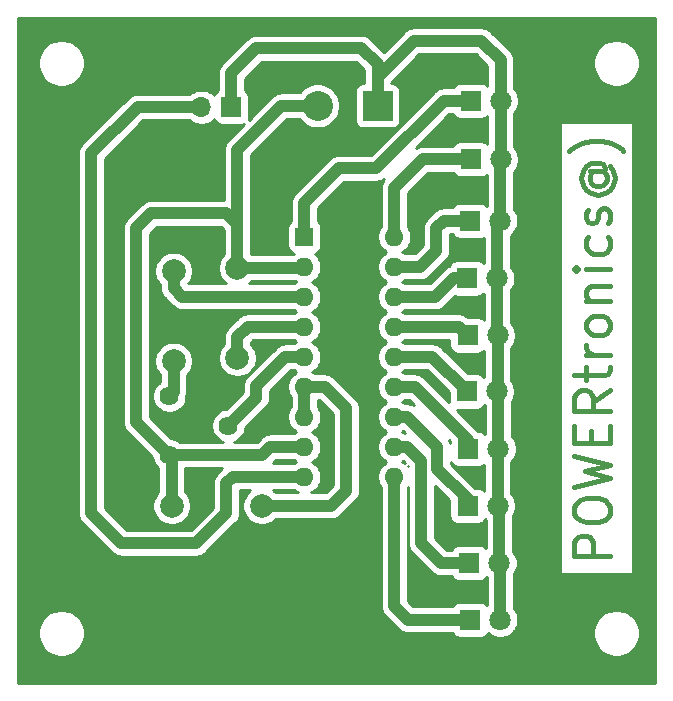
<source format=gbr>
%TF.GenerationSoftware,KiCad,Pcbnew,(5.1.6)-1*%
%TF.CreationDate,2020-09-07T11:54:29+05:30*%
%TF.ProjectId,LM3914,4c4d3339-3134-42e6-9b69-6361645f7063,rev?*%
%TF.SameCoordinates,Original*%
%TF.FileFunction,Copper,L2,Bot*%
%TF.FilePolarity,Positive*%
%FSLAX46Y46*%
G04 Gerber Fmt 4.6, Leading zero omitted, Abs format (unit mm)*
G04 Created by KiCad (PCBNEW (5.1.6)-1) date 2020-09-07 11:54:29*
%MOMM*%
%LPD*%
G01*
G04 APERTURE LIST*
%TA.AperFunction,NonConductor*%
%ADD10C,0.400000*%
%TD*%
%TA.AperFunction,ComponentPad*%
%ADD11C,1.620000*%
%TD*%
%TA.AperFunction,ComponentPad*%
%ADD12R,1.800000X1.800000*%
%TD*%
%TA.AperFunction,ComponentPad*%
%ADD13C,1.800000*%
%TD*%
%TA.AperFunction,ComponentPad*%
%ADD14R,2.540000X2.540000*%
%TD*%
%TA.AperFunction,ComponentPad*%
%ADD15C,2.540000*%
%TD*%
%TA.AperFunction,ComponentPad*%
%ADD16R,1.600000X1.600000*%
%TD*%
%TA.AperFunction,ComponentPad*%
%ADD17O,1.600000X1.600000*%
%TD*%
%TA.AperFunction,ComponentPad*%
%ADD18R,1.700000X1.700000*%
%TD*%
%TA.AperFunction,ComponentPad*%
%ADD19O,1.700000X1.700000*%
%TD*%
%TA.AperFunction,ComponentPad*%
%ADD20C,1.998980*%
%TD*%
%TA.AperFunction,Conductor*%
%ADD21C,1.000000*%
%TD*%
%TA.AperFunction,NonConductor*%
%ADD22C,0.254000*%
%TD*%
G04 APERTURE END LIST*
D10*
X195032142Y-131871428D02*
X192032142Y-131871428D01*
X192032142Y-130728571D01*
X192175000Y-130442857D01*
X192317857Y-130300000D01*
X192603571Y-130157142D01*
X193032142Y-130157142D01*
X193317857Y-130300000D01*
X193460714Y-130442857D01*
X193603571Y-130728571D01*
X193603571Y-131871428D01*
X192032142Y-128300000D02*
X192032142Y-127728571D01*
X192175000Y-127442857D01*
X192460714Y-127157142D01*
X193032142Y-127014285D01*
X194032142Y-127014285D01*
X194603571Y-127157142D01*
X194889285Y-127442857D01*
X195032142Y-127728571D01*
X195032142Y-128300000D01*
X194889285Y-128585714D01*
X194603571Y-128871428D01*
X194032142Y-129014285D01*
X193032142Y-129014285D01*
X192460714Y-128871428D01*
X192175000Y-128585714D01*
X192032142Y-128300000D01*
X192032142Y-126014285D02*
X195032142Y-125300000D01*
X192889285Y-124728571D01*
X195032142Y-124157142D01*
X192032142Y-123442857D01*
X193460714Y-122300000D02*
X193460714Y-121300000D01*
X195032142Y-120871428D02*
X195032142Y-122300000D01*
X192032142Y-122300000D01*
X192032142Y-120871428D01*
X195032142Y-117871428D02*
X193603571Y-118871428D01*
X195032142Y-119585714D02*
X192032142Y-119585714D01*
X192032142Y-118442857D01*
X192175000Y-118157142D01*
X192317857Y-118014285D01*
X192603571Y-117871428D01*
X193032142Y-117871428D01*
X193317857Y-118014285D01*
X193460714Y-118157142D01*
X193603571Y-118442857D01*
X193603571Y-119585714D01*
X193032142Y-117014285D02*
X193032142Y-115871428D01*
X192032142Y-116585714D02*
X194603571Y-116585714D01*
X194889285Y-116442857D01*
X195032142Y-116157142D01*
X195032142Y-115871428D01*
X195032142Y-114871428D02*
X193032142Y-114871428D01*
X193603571Y-114871428D02*
X193317857Y-114728571D01*
X193175000Y-114585714D01*
X193032142Y-114300000D01*
X193032142Y-114014285D01*
X195032142Y-112585714D02*
X194889285Y-112871428D01*
X194746428Y-113014285D01*
X194460714Y-113157142D01*
X193603571Y-113157142D01*
X193317857Y-113014285D01*
X193175000Y-112871428D01*
X193032142Y-112585714D01*
X193032142Y-112157142D01*
X193175000Y-111871428D01*
X193317857Y-111728571D01*
X193603571Y-111585714D01*
X194460714Y-111585714D01*
X194746428Y-111728571D01*
X194889285Y-111871428D01*
X195032142Y-112157142D01*
X195032142Y-112585714D01*
X193032142Y-110300000D02*
X195032142Y-110300000D01*
X193317857Y-110300000D02*
X193175000Y-110157142D01*
X193032142Y-109871428D01*
X193032142Y-109442857D01*
X193175000Y-109157142D01*
X193460714Y-109014285D01*
X195032142Y-109014285D01*
X195032142Y-107585714D02*
X193032142Y-107585714D01*
X192032142Y-107585714D02*
X192175000Y-107728571D01*
X192317857Y-107585714D01*
X192175000Y-107442857D01*
X192032142Y-107585714D01*
X192317857Y-107585714D01*
X194889285Y-104871428D02*
X195032142Y-105157142D01*
X195032142Y-105728571D01*
X194889285Y-106014285D01*
X194746428Y-106157142D01*
X194460714Y-106300000D01*
X193603571Y-106300000D01*
X193317857Y-106157142D01*
X193175000Y-106014285D01*
X193032142Y-105728571D01*
X193032142Y-105157142D01*
X193175000Y-104871428D01*
X194889285Y-103728571D02*
X195032142Y-103442857D01*
X195032142Y-102871428D01*
X194889285Y-102585714D01*
X194603571Y-102442857D01*
X194460714Y-102442857D01*
X194175000Y-102585714D01*
X194032142Y-102871428D01*
X194032142Y-103300000D01*
X193889285Y-103585714D01*
X193603571Y-103728571D01*
X193460714Y-103728571D01*
X193175000Y-103585714D01*
X193032142Y-103300000D01*
X193032142Y-102871428D01*
X193175000Y-102585714D01*
X193603571Y-99300000D02*
X193460714Y-99442857D01*
X193317857Y-99728571D01*
X193317857Y-100014285D01*
X193460714Y-100300000D01*
X193603571Y-100442857D01*
X193889285Y-100585714D01*
X194175000Y-100585714D01*
X194460714Y-100442857D01*
X194603571Y-100300000D01*
X194746428Y-100014285D01*
X194746428Y-99728571D01*
X194603571Y-99442857D01*
X194460714Y-99300000D01*
X193317857Y-99300000D02*
X194460714Y-99300000D01*
X194603571Y-99157142D01*
X194603571Y-99014285D01*
X194460714Y-98728571D01*
X194175000Y-98585714D01*
X193460714Y-98585714D01*
X193032142Y-98871428D01*
X192746428Y-99300000D01*
X192603571Y-99871428D01*
X192746428Y-100442857D01*
X193032142Y-100871428D01*
X193460714Y-101157142D01*
X194032142Y-101300000D01*
X194603571Y-101157142D01*
X195032142Y-100871428D01*
X195317857Y-100442857D01*
X195460714Y-99871428D01*
X195317857Y-99300000D01*
X195032142Y-98871428D01*
X196175000Y-97585714D02*
X196032142Y-97442857D01*
X195603571Y-97157142D01*
X195317857Y-97014285D01*
X194889285Y-96871428D01*
X194175000Y-96728571D01*
X193603571Y-96728571D01*
X192889285Y-96871428D01*
X192460714Y-97014285D01*
X192175000Y-97157142D01*
X191746428Y-97442857D01*
X191603571Y-97585714D01*
D11*
%TO.P,10k1,3*%
%TO.N,Net-(10k1-Pad3)*%
X157734000Y-118342400D03*
%TO.P,10k1,2*%
%TO.N,Net-(10k1-Pad2)*%
X162734000Y-120842400D03*
%TO.P,10k1,1*%
%TO.N,Net-(10k1-Pad1)*%
X157734000Y-123342400D03*
%TD*%
D12*
%TO.P,D1,1*%
%TO.N,Net-(D1-Pad1)*%
X183210200Y-137287000D03*
D13*
%TO.P,D1,2*%
%TO.N,Net-(D1-Pad2)*%
X185750200Y-137287000D03*
%TD*%
D12*
%TO.P,D2,1*%
%TO.N,Net-(D2-Pad1)*%
X183134000Y-132486400D03*
D13*
%TO.P,D2,2*%
%TO.N,Net-(D1-Pad2)*%
X185674000Y-132486400D03*
%TD*%
D12*
%TO.P,D3,1*%
%TO.N,Net-(D3-Pad1)*%
X182981600Y-127635000D03*
D13*
%TO.P,D3,2*%
%TO.N,Net-(D1-Pad2)*%
X185521600Y-127635000D03*
%TD*%
D12*
%TO.P,D4,1*%
%TO.N,Net-(D4-Pad1)*%
X183057800Y-122809000D03*
D13*
%TO.P,D4,2*%
%TO.N,Net-(D1-Pad2)*%
X185597800Y-122809000D03*
%TD*%
D12*
%TO.P,D5,1*%
%TO.N,Net-(D5-Pad1)*%
X182930800Y-117957600D03*
D13*
%TO.P,D5,2*%
%TO.N,Net-(D1-Pad2)*%
X185470800Y-117957600D03*
%TD*%
D12*
%TO.P,D6,1*%
%TO.N,Net-(D6-Pad1)*%
X182981600Y-113207800D03*
D13*
%TO.P,D6,2*%
%TO.N,Net-(D1-Pad2)*%
X185521600Y-113207800D03*
%TD*%
D12*
%TO.P,D7,1*%
%TO.N,Net-(D7-Pad1)*%
X182956200Y-108381800D03*
D13*
%TO.P,D7,2*%
%TO.N,Net-(D1-Pad2)*%
X185496200Y-108381800D03*
%TD*%
D12*
%TO.P,D8,1*%
%TO.N,Net-(D8-Pad1)*%
X183210200Y-103505000D03*
D13*
%TO.P,D8,2*%
%TO.N,Net-(D1-Pad2)*%
X185750200Y-103505000D03*
%TD*%
D12*
%TO.P,D9,1*%
%TO.N,Net-(D9-Pad1)*%
X183261000Y-98298000D03*
D13*
%TO.P,D9,2*%
%TO.N,Net-(D1-Pad2)*%
X185801000Y-98298000D03*
%TD*%
D12*
%TO.P,D10,1*%
%TO.N,Net-(D10-Pad1)*%
X183261000Y-93345000D03*
D13*
%TO.P,D10,2*%
%TO.N,Net-(D1-Pad2)*%
X185801000Y-93345000D03*
%TD*%
D14*
%TO.P,GND VCC,1*%
%TO.N,Net-(D1-Pad2)*%
X175361600Y-93776800D03*
D15*
%TO.P,GND VCC,2*%
%TO.N,Net-(10k1-Pad1)*%
X170281600Y-93776800D03*
%TD*%
D16*
%TO.P,IC1,1*%
%TO.N,Net-(D10-Pad1)*%
X169168201Y-104854200D03*
D17*
%TO.P,IC1,10*%
%TO.N,Net-(D1-Pad1)*%
X176788201Y-125174200D03*
%TO.P,IC1,2*%
%TO.N,Net-(10k1-Pad1)*%
X169168201Y-107394200D03*
%TO.P,IC1,11*%
%TO.N,Net-(D2-Pad1)*%
X176788201Y-122634200D03*
%TO.P,IC1,3*%
%TO.N,Net-(IC1-Pad3)*%
X169168201Y-109934200D03*
%TO.P,IC1,12*%
%TO.N,Net-(D3-Pad1)*%
X176788201Y-120094200D03*
%TO.P,IC1,4*%
%TO.N,Net-(IC1-Pad4)*%
X169168201Y-112474200D03*
%TO.P,IC1,13*%
%TO.N,Net-(D4-Pad1)*%
X176788201Y-117554200D03*
%TO.P,IC1,5*%
%TO.N,Net-(10k1-Pad2)*%
X169168201Y-115014200D03*
%TO.P,IC1,14*%
%TO.N,Net-(D5-Pad1)*%
X176788201Y-115014200D03*
%TO.P,IC1,6*%
%TO.N,Net-(IC1-Pad6)*%
X169168201Y-117554200D03*
%TO.P,IC1,15*%
%TO.N,Net-(D6-Pad1)*%
X176788201Y-112474200D03*
%TO.P,IC1,7*%
%TO.N,Net-(IC1-Pad6)*%
X169168201Y-120094200D03*
%TO.P,IC1,16*%
%TO.N,Net-(D7-Pad1)*%
X176788201Y-109934200D03*
%TO.P,IC1,8*%
%TO.N,Net-(10k1-Pad1)*%
X169168201Y-122634200D03*
%TO.P,IC1,17*%
%TO.N,Net-(D8-Pad1)*%
X176788201Y-107394200D03*
%TO.P,IC1,9*%
%TO.N,Net-(IC1-Pad9)*%
X169168201Y-125174200D03*
%TO.P,IC1,18*%
%TO.N,Net-(D9-Pad1)*%
X176788201Y-104854200D03*
%TD*%
D18*
%TO.P,JUMPER,1*%
%TO.N,Net-(D1-Pad2)*%
X162991800Y-93878400D03*
D19*
%TO.P,JUMPER,2*%
%TO.N,Net-(IC1-Pad9)*%
X160451800Y-93878400D03*
%TD*%
D20*
%TO.P,R1,1*%
%TO.N,Net-(IC1-Pad6)*%
X165557200Y-127635000D03*
%TO.P,R1,2*%
%TO.N,Net-(10k1-Pad1)*%
X157937200Y-127635000D03*
%TD*%
%TO.P,R2,1*%
%TO.N,Net-(IC1-Pad4)*%
X163499800Y-115112800D03*
%TO.P,R2,2*%
%TO.N,Net-(10k1-Pad1)*%
X163499800Y-107492800D03*
%TD*%
%TO.P,R3,1*%
%TO.N,Net-(10k1-Pad3)*%
X158089600Y-115366800D03*
%TO.P,R3,2*%
%TO.N,Net-(IC1-Pad3)*%
X158089600Y-107746800D03*
%TD*%
D21*
%TO.N,Net-(10k1-Pad3)*%
X158089600Y-115366800D02*
X158089600Y-117986800D01*
X158089600Y-117986800D02*
X157734000Y-118342400D01*
%TO.N,Net-(10k1-Pad2)*%
X169168201Y-115014200D02*
X167560800Y-115014200D01*
X167560800Y-115014200D02*
X165100000Y-117475000D01*
X165100000Y-118476400D02*
X162734000Y-120842400D01*
X165100000Y-117475000D02*
X165100000Y-118476400D01*
%TO.N,Net-(10k1-Pad1)*%
X157937200Y-127635000D02*
X157937200Y-123545600D01*
X157937200Y-123545600D02*
X157734000Y-123342400D01*
X157734000Y-123342400D02*
X154940000Y-120548400D01*
X154940000Y-120548400D02*
X154940000Y-104140000D01*
X154940000Y-104140000D02*
X156210000Y-102870000D01*
X163499800Y-107492800D02*
X163499800Y-103809800D01*
X163499800Y-103809800D02*
X162560000Y-102870000D01*
X162560000Y-102870000D02*
X156210000Y-102870000D01*
X169069601Y-107492800D02*
X169168201Y-107394200D01*
X163499800Y-107492800D02*
X169069601Y-107492800D01*
X163499800Y-107492800D02*
X163499800Y-97485200D01*
X167208200Y-93776800D02*
X170281600Y-93776800D01*
X163499800Y-97485200D02*
X167208200Y-93776800D01*
X157734000Y-123342400D02*
X165582600Y-123342400D01*
X166290800Y-122634200D02*
X169168201Y-122634200D01*
X165582600Y-123342400D02*
X166290800Y-122634200D01*
%TO.N,Net-(D1-Pad1)*%
X183210200Y-137287000D02*
X177927000Y-137287000D01*
X176788201Y-136148201D02*
X176788201Y-125174200D01*
X177927000Y-137287000D02*
X176788201Y-136148201D01*
%TO.N,Net-(D1-Pad2)*%
X173990000Y-88900000D02*
X165100000Y-88900000D01*
X162991800Y-91008200D02*
X162991800Y-93878400D01*
X165100000Y-88900000D02*
X162991800Y-91008200D01*
X175361600Y-93776800D02*
X175361600Y-90271600D01*
X175361600Y-90271600D02*
X173990000Y-88900000D01*
X175361600Y-93776800D02*
X175361600Y-91338400D01*
X175361600Y-91338400D02*
X178435000Y-88265000D01*
X178435000Y-88265000D02*
X184150000Y-88265000D01*
X185801000Y-89916000D02*
X185801000Y-93345000D01*
X184150000Y-88265000D02*
X185801000Y-89916000D01*
X185750200Y-132562600D02*
X185674000Y-132486400D01*
X185750200Y-137287000D02*
X185750200Y-132562600D01*
X185674000Y-127787400D02*
X185521600Y-127635000D01*
X185674000Y-132486400D02*
X185674000Y-127787400D01*
X185521600Y-122885200D02*
X185597800Y-122809000D01*
X185521600Y-127635000D02*
X185521600Y-122885200D01*
X185597800Y-118084600D02*
X185470800Y-117957600D01*
X185597800Y-122809000D02*
X185597800Y-118084600D01*
X185521600Y-117906800D02*
X185470800Y-117957600D01*
X185521600Y-113207800D02*
X185521600Y-117906800D01*
X185496200Y-113182400D02*
X185521600Y-113207800D01*
X185496200Y-108381800D02*
X185496200Y-113182400D01*
X185496200Y-103759000D02*
X185750200Y-103505000D01*
X185496200Y-108381800D02*
X185496200Y-103759000D01*
X185750200Y-98348800D02*
X185801000Y-98298000D01*
X185750200Y-103505000D02*
X185750200Y-98348800D01*
X185801000Y-98298000D02*
X185801000Y-93345000D01*
%TO.N,Net-(D2-Pad1)*%
X176788201Y-122634200D02*
X177879200Y-122634200D01*
X177879200Y-122634200D02*
X179070000Y-123825000D01*
X179070000Y-123825000D02*
X179070000Y-130810000D01*
X180746400Y-132486400D02*
X183134000Y-132486400D01*
X179070000Y-130810000D02*
X180746400Y-132486400D01*
%TO.N,Net-(D3-Pad1)*%
X182981600Y-127635000D02*
X182981600Y-127101600D01*
X180425610Y-124545610D02*
X180425610Y-122640610D01*
X182981600Y-127101600D02*
X180425610Y-124545610D01*
X177879200Y-120094200D02*
X176788201Y-120094200D01*
X180425610Y-122640610D02*
X177879200Y-120094200D01*
%TO.N,Net-(D4-Pad1)*%
X178514200Y-117554200D02*
X176788201Y-117554200D01*
X183057800Y-122809000D02*
X183057800Y-122097800D01*
X183057800Y-122097800D02*
X178514200Y-117554200D01*
%TO.N,Net-(D5-Pad1)*%
X179987400Y-115014200D02*
X182930800Y-117957600D01*
X176788201Y-115014200D02*
X179987400Y-115014200D01*
%TO.N,Net-(D6-Pad1)*%
X182248000Y-112474200D02*
X182981600Y-113207800D01*
X176788201Y-112474200D02*
X182248000Y-112474200D01*
%TO.N,Net-(D7-Pad1)*%
X176788201Y-109934200D02*
X180260800Y-109934200D01*
X181813200Y-108381800D02*
X182956200Y-108381800D01*
X180260800Y-109934200D02*
X181813200Y-108381800D01*
%TO.N,Net-(D8-Pad1)*%
X176788201Y-107394200D02*
X178990800Y-107394200D01*
X178990800Y-107394200D02*
X180340000Y-106045000D01*
X180340000Y-106045000D02*
X180340000Y-104140000D01*
X180975000Y-103505000D02*
X183210200Y-103505000D01*
X180340000Y-104140000D02*
X180975000Y-103505000D01*
%TO.N,Net-(D9-Pad1)*%
X176788201Y-104854200D02*
X176788201Y-100706799D01*
X179197000Y-98298000D02*
X183261000Y-98298000D01*
X176788201Y-100706799D02*
X179197000Y-98298000D01*
%TO.N,Net-(D10-Pad1)*%
X169168201Y-104854200D02*
X169168201Y-101976799D01*
X169168201Y-101976799D02*
X172085000Y-99060000D01*
X172085000Y-99060000D02*
X175260000Y-99060000D01*
X180975000Y-93345000D02*
X183261000Y-93345000D01*
X175260000Y-99060000D02*
X180975000Y-93345000D01*
%TO.N,Net-(IC1-Pad3)*%
X158089600Y-107746800D02*
X158089600Y-109194600D01*
X158829200Y-109934200D02*
X169168201Y-109934200D01*
X158089600Y-109194600D02*
X158829200Y-109934200D01*
%TO.N,Net-(IC1-Pad4)*%
X163499800Y-115112800D02*
X163499800Y-113360200D01*
X164385800Y-112474200D02*
X169168201Y-112474200D01*
X163499800Y-113360200D02*
X164385800Y-112474200D01*
%TO.N,Net-(IC1-Pad6)*%
X169168201Y-117554200D02*
X169168201Y-120094200D01*
X172720000Y-119380000D02*
X170894200Y-117554200D01*
X170894200Y-117554200D02*
X169168201Y-117554200D01*
X172720000Y-126365000D02*
X172720000Y-119380000D01*
X165557200Y-127635000D02*
X171450000Y-127635000D01*
X171450000Y-127635000D02*
X172720000Y-126365000D01*
%TO.N,Net-(IC1-Pad9)*%
X163115800Y-125174200D02*
X169168201Y-125174200D01*
X162560000Y-128270000D02*
X162560000Y-125730000D01*
X162560000Y-125730000D02*
X163115800Y-125174200D01*
X160020000Y-130810000D02*
X162560000Y-128270000D01*
X155041600Y-93878400D02*
X151130000Y-97790000D01*
X160451800Y-93878400D02*
X155041600Y-93878400D01*
X151130000Y-97790000D02*
X151130000Y-128270000D01*
X153670000Y-130810000D02*
X160020000Y-130810000D01*
X151130000Y-128270000D02*
X153670000Y-130810000D01*
%TD*%
D22*
G36*
X198873000Y-142623000D02*
G01*
X144877000Y-142623000D01*
X144877000Y-138233966D01*
X146599631Y-138233966D01*
X146599631Y-138626034D01*
X146676119Y-139010569D01*
X146826157Y-139372793D01*
X147043979Y-139698787D01*
X147321213Y-139976021D01*
X147647207Y-140193843D01*
X148009431Y-140343881D01*
X148393966Y-140420369D01*
X148786034Y-140420369D01*
X149170569Y-140343881D01*
X149532793Y-140193843D01*
X149858787Y-139976021D01*
X150136021Y-139698787D01*
X150353843Y-139372793D01*
X150503881Y-139010569D01*
X150580369Y-138626034D01*
X150580369Y-138233966D01*
X150503881Y-137849431D01*
X150353843Y-137487207D01*
X150136021Y-137161213D01*
X149858787Y-136883979D01*
X149532793Y-136666157D01*
X149170569Y-136516119D01*
X148786034Y-136439631D01*
X148393966Y-136439631D01*
X148009431Y-136516119D01*
X147647207Y-136666157D01*
X147321213Y-136883979D01*
X147043979Y-137161213D01*
X146826157Y-137487207D01*
X146676119Y-137849431D01*
X146599631Y-138233966D01*
X144877000Y-138233966D01*
X144877000Y-97790000D01*
X149989509Y-97790000D01*
X149995000Y-97845751D01*
X149995001Y-128214238D01*
X149989509Y-128270000D01*
X150011423Y-128492498D01*
X150076324Y-128706446D01*
X150115201Y-128779180D01*
X150181717Y-128903623D01*
X150323552Y-129076449D01*
X150366860Y-129111991D01*
X152828009Y-131573141D01*
X152863551Y-131616449D01*
X153036377Y-131758284D01*
X153233553Y-131863676D01*
X153447501Y-131928577D01*
X153614248Y-131945000D01*
X153614257Y-131945000D01*
X153669999Y-131950490D01*
X153725741Y-131945000D01*
X159964249Y-131945000D01*
X160020000Y-131950491D01*
X160075751Y-131945000D01*
X160075752Y-131945000D01*
X160242499Y-131928577D01*
X160456447Y-131863676D01*
X160653623Y-131758284D01*
X160826449Y-131616449D01*
X160861996Y-131573135D01*
X163323141Y-129111991D01*
X163366449Y-129076449D01*
X163508284Y-128903623D01*
X163613676Y-128706447D01*
X163678577Y-128492499D01*
X163695000Y-128325752D01*
X163695000Y-128325743D01*
X163700490Y-128270001D01*
X163695000Y-128214259D01*
X163695000Y-126309200D01*
X164599394Y-126309200D01*
X164515273Y-126365408D01*
X164287608Y-126593073D01*
X164108733Y-126860778D01*
X163985522Y-127158237D01*
X163922710Y-127474017D01*
X163922710Y-127795983D01*
X163985522Y-128111763D01*
X164108733Y-128409222D01*
X164287608Y-128676927D01*
X164515273Y-128904592D01*
X164782978Y-129083467D01*
X165080437Y-129206678D01*
X165396217Y-129269490D01*
X165718183Y-129269490D01*
X166033963Y-129206678D01*
X166331422Y-129083467D01*
X166599127Y-128904592D01*
X166733719Y-128770000D01*
X171394249Y-128770000D01*
X171450000Y-128775491D01*
X171505751Y-128770000D01*
X171505752Y-128770000D01*
X171672499Y-128753577D01*
X171886447Y-128688676D01*
X172083623Y-128583284D01*
X172256449Y-128441449D01*
X172291996Y-128398135D01*
X173483140Y-127206992D01*
X173526449Y-127171449D01*
X173668284Y-126998623D01*
X173773676Y-126801447D01*
X173838577Y-126587499D01*
X173855000Y-126420752D01*
X173855000Y-126420745D01*
X173860490Y-126365001D01*
X173855000Y-126309257D01*
X173855000Y-119435751D01*
X173860491Y-119379999D01*
X173838577Y-119157500D01*
X173813907Y-119076177D01*
X173773676Y-118943553D01*
X173668284Y-118746377D01*
X173526449Y-118573551D01*
X173483140Y-118538009D01*
X171736196Y-116791065D01*
X171700649Y-116747751D01*
X171527823Y-116605916D01*
X171330647Y-116500524D01*
X171116699Y-116435623D01*
X170949952Y-116419200D01*
X170949951Y-116419200D01*
X170894200Y-116413709D01*
X170838449Y-116419200D01*
X170052485Y-116419200D01*
X169850442Y-116284200D01*
X170082960Y-116128837D01*
X170282838Y-115928959D01*
X170439881Y-115693927D01*
X170548054Y-115432774D01*
X170603201Y-115155535D01*
X170603201Y-114872865D01*
X170548054Y-114595626D01*
X170439881Y-114334473D01*
X170282838Y-114099441D01*
X170082960Y-113899563D01*
X169850442Y-113744200D01*
X170082960Y-113588837D01*
X170282838Y-113388959D01*
X170439881Y-113153927D01*
X170548054Y-112892774D01*
X170603201Y-112615535D01*
X170603201Y-112332865D01*
X170548054Y-112055626D01*
X170439881Y-111794473D01*
X170282838Y-111559441D01*
X170082960Y-111359563D01*
X169850442Y-111204200D01*
X170082960Y-111048837D01*
X170282838Y-110848959D01*
X170439881Y-110613927D01*
X170548054Y-110352774D01*
X170603201Y-110075535D01*
X170603201Y-109792865D01*
X170548054Y-109515626D01*
X170439881Y-109254473D01*
X170282838Y-109019441D01*
X170082960Y-108819563D01*
X169850442Y-108664200D01*
X170082960Y-108508837D01*
X170282838Y-108308959D01*
X170439881Y-108073927D01*
X170548054Y-107812774D01*
X170603201Y-107535535D01*
X170603201Y-107252865D01*
X170548054Y-106975626D01*
X170439881Y-106714473D01*
X170282838Y-106479441D01*
X170084240Y-106280843D01*
X170092683Y-106280012D01*
X170212381Y-106243702D01*
X170322695Y-106184737D01*
X170419386Y-106105385D01*
X170498738Y-106008694D01*
X170557703Y-105898380D01*
X170594013Y-105778682D01*
X170606273Y-105654200D01*
X170606273Y-104054200D01*
X170594013Y-103929718D01*
X170557703Y-103810020D01*
X170498738Y-103699706D01*
X170419386Y-103603015D01*
X170322695Y-103523663D01*
X170303201Y-103513243D01*
X170303201Y-102446930D01*
X172555133Y-100195000D01*
X175204249Y-100195000D01*
X175260000Y-100200491D01*
X175315751Y-100195000D01*
X175315752Y-100195000D01*
X175482499Y-100178577D01*
X175696447Y-100113676D01*
X175892822Y-100008712D01*
X175839918Y-100073176D01*
X175783585Y-100178569D01*
X175734525Y-100270353D01*
X175669624Y-100484301D01*
X175647710Y-100706799D01*
X175653202Y-100762560D01*
X175653201Y-103969916D01*
X175516521Y-104174473D01*
X175408348Y-104435626D01*
X175353201Y-104712865D01*
X175353201Y-104995535D01*
X175408348Y-105272774D01*
X175516521Y-105533927D01*
X175673564Y-105768959D01*
X175873442Y-105968837D01*
X176105960Y-106124200D01*
X175873442Y-106279563D01*
X175673564Y-106479441D01*
X175516521Y-106714473D01*
X175408348Y-106975626D01*
X175353201Y-107252865D01*
X175353201Y-107535535D01*
X175408348Y-107812774D01*
X175516521Y-108073927D01*
X175673564Y-108308959D01*
X175873442Y-108508837D01*
X176105960Y-108664200D01*
X175873442Y-108819563D01*
X175673564Y-109019441D01*
X175516521Y-109254473D01*
X175408348Y-109515626D01*
X175353201Y-109792865D01*
X175353201Y-110075535D01*
X175408348Y-110352774D01*
X175516521Y-110613927D01*
X175673564Y-110848959D01*
X175873442Y-111048837D01*
X176105960Y-111204200D01*
X175873442Y-111359563D01*
X175673564Y-111559441D01*
X175516521Y-111794473D01*
X175408348Y-112055626D01*
X175353201Y-112332865D01*
X175353201Y-112615535D01*
X175408348Y-112892774D01*
X175516521Y-113153927D01*
X175673564Y-113388959D01*
X175873442Y-113588837D01*
X176105960Y-113744200D01*
X175873442Y-113899563D01*
X175673564Y-114099441D01*
X175516521Y-114334473D01*
X175408348Y-114595626D01*
X175353201Y-114872865D01*
X175353201Y-115155535D01*
X175408348Y-115432774D01*
X175516521Y-115693927D01*
X175673564Y-115928959D01*
X175873442Y-116128837D01*
X176105960Y-116284200D01*
X175873442Y-116439563D01*
X175673564Y-116639441D01*
X175516521Y-116874473D01*
X175408348Y-117135626D01*
X175353201Y-117412865D01*
X175353201Y-117695535D01*
X175408348Y-117972774D01*
X175516521Y-118233927D01*
X175673564Y-118468959D01*
X175873442Y-118668837D01*
X176105960Y-118824200D01*
X175873442Y-118979563D01*
X175673564Y-119179441D01*
X175516521Y-119414473D01*
X175408348Y-119675626D01*
X175353201Y-119952865D01*
X175353201Y-120235535D01*
X175408348Y-120512774D01*
X175516521Y-120773927D01*
X175673564Y-121008959D01*
X175873442Y-121208837D01*
X176105960Y-121364200D01*
X175873442Y-121519563D01*
X175673564Y-121719441D01*
X175516521Y-121954473D01*
X175408348Y-122215626D01*
X175353201Y-122492865D01*
X175353201Y-122775535D01*
X175408348Y-123052774D01*
X175516521Y-123313927D01*
X175673564Y-123548959D01*
X175873442Y-123748837D01*
X176105960Y-123904200D01*
X175873442Y-124059563D01*
X175673564Y-124259441D01*
X175516521Y-124494473D01*
X175408348Y-124755626D01*
X175353201Y-125032865D01*
X175353201Y-125315535D01*
X175408348Y-125592774D01*
X175516521Y-125853927D01*
X175653202Y-126058485D01*
X175653201Y-136092449D01*
X175647710Y-136148201D01*
X175653201Y-136203952D01*
X175669624Y-136370699D01*
X175734525Y-136584647D01*
X175839917Y-136781824D01*
X175981752Y-136954650D01*
X176025065Y-136990197D01*
X177085008Y-138050140D01*
X177120551Y-138093449D01*
X177293377Y-138235284D01*
X177490553Y-138340676D01*
X177704501Y-138405577D01*
X177927000Y-138427491D01*
X177982751Y-138422000D01*
X181717913Y-138422000D01*
X181720698Y-138431180D01*
X181779663Y-138541494D01*
X181859015Y-138638185D01*
X181955706Y-138717537D01*
X182066020Y-138776502D01*
X182185718Y-138812812D01*
X182310200Y-138825072D01*
X184110200Y-138825072D01*
X184234682Y-138812812D01*
X184354380Y-138776502D01*
X184464694Y-138717537D01*
X184561385Y-138638185D01*
X184640737Y-138541494D01*
X184699702Y-138431180D01*
X184705256Y-138412873D01*
X184771695Y-138479312D01*
X185023105Y-138647299D01*
X185302457Y-138763011D01*
X185599016Y-138822000D01*
X185901384Y-138822000D01*
X186197943Y-138763011D01*
X186477295Y-138647299D01*
X186728705Y-138479312D01*
X186942512Y-138265505D01*
X186963585Y-138233966D01*
X193589631Y-138233966D01*
X193589631Y-138626034D01*
X193666119Y-139010569D01*
X193816157Y-139372793D01*
X194033979Y-139698787D01*
X194311213Y-139976021D01*
X194637207Y-140193843D01*
X194999431Y-140343881D01*
X195383966Y-140420369D01*
X195776034Y-140420369D01*
X196160569Y-140343881D01*
X196522793Y-140193843D01*
X196848787Y-139976021D01*
X197126021Y-139698787D01*
X197343843Y-139372793D01*
X197493881Y-139010569D01*
X197570369Y-138626034D01*
X197570369Y-138233966D01*
X197493881Y-137849431D01*
X197343843Y-137487207D01*
X197126021Y-137161213D01*
X196848787Y-136883979D01*
X196522793Y-136666157D01*
X196160569Y-136516119D01*
X195776034Y-136439631D01*
X195383966Y-136439631D01*
X194999431Y-136516119D01*
X194637207Y-136666157D01*
X194311213Y-136883979D01*
X194033979Y-137161213D01*
X193816157Y-137487207D01*
X193666119Y-137849431D01*
X193589631Y-138233966D01*
X186963585Y-138233966D01*
X187110499Y-138014095D01*
X187226211Y-137734743D01*
X187285200Y-137438184D01*
X187285200Y-137135816D01*
X187226211Y-136839257D01*
X187110499Y-136559905D01*
X186942512Y-136308495D01*
X186885200Y-136251183D01*
X186885200Y-133436637D01*
X187034299Y-133213495D01*
X187150011Y-132934143D01*
X187209000Y-132637584D01*
X187209000Y-132335216D01*
X187150011Y-132038657D01*
X187034299Y-131759305D01*
X186866312Y-131507895D01*
X186809000Y-131450583D01*
X186809000Y-128471196D01*
X186881899Y-128362095D01*
X186997611Y-128082743D01*
X187056600Y-127786184D01*
X187056600Y-127483816D01*
X186997611Y-127187257D01*
X186881899Y-126907905D01*
X186713912Y-126656495D01*
X186656600Y-126599183D01*
X186656600Y-123921017D01*
X186790112Y-123787505D01*
X186958099Y-123536095D01*
X187073811Y-123256743D01*
X187132800Y-122960184D01*
X187132800Y-122657816D01*
X187073811Y-122361257D01*
X186958099Y-122081905D01*
X186790112Y-121830495D01*
X186732800Y-121773183D01*
X186732800Y-118831810D01*
X186831099Y-118684695D01*
X186946811Y-118405343D01*
X187005800Y-118108784D01*
X187005800Y-117806416D01*
X186946811Y-117509857D01*
X186831099Y-117230505D01*
X186663112Y-116979095D01*
X186656600Y-116972583D01*
X186656600Y-114243617D01*
X186713912Y-114186305D01*
X186881899Y-113934895D01*
X186997611Y-113655543D01*
X187056600Y-113358984D01*
X187056600Y-113056616D01*
X186997611Y-112760057D01*
X186881899Y-112480705D01*
X186713912Y-112229295D01*
X186631200Y-112146583D01*
X186631200Y-109417617D01*
X186688512Y-109360305D01*
X186856499Y-109108895D01*
X186972211Y-108829543D01*
X187031200Y-108532984D01*
X187031200Y-108230616D01*
X186972211Y-107934057D01*
X186856499Y-107654705D01*
X186688512Y-107403295D01*
X186631200Y-107345983D01*
X186631200Y-104762463D01*
X186728705Y-104697312D01*
X186942512Y-104483505D01*
X187110499Y-104232095D01*
X187226211Y-103952743D01*
X187285200Y-103656184D01*
X187285200Y-103353816D01*
X187226211Y-103057257D01*
X187110499Y-102777905D01*
X186942512Y-102526495D01*
X186885200Y-102469183D01*
X186885200Y-99384617D01*
X186993312Y-99276505D01*
X187161299Y-99025095D01*
X187277011Y-98745743D01*
X187336000Y-98449184D01*
X187336000Y-98146816D01*
X187277011Y-97850257D01*
X187161299Y-97570905D01*
X186993312Y-97319495D01*
X186936000Y-97262183D01*
X186936000Y-95179285D01*
X190780000Y-95179285D01*
X190780000Y-133420714D01*
X196950000Y-133420714D01*
X196950000Y-95179285D01*
X190780000Y-95179285D01*
X186936000Y-95179285D01*
X186936000Y-94380817D01*
X186993312Y-94323505D01*
X187161299Y-94072095D01*
X187277011Y-93792743D01*
X187336000Y-93496184D01*
X187336000Y-93193816D01*
X187277011Y-92897257D01*
X187161299Y-92617905D01*
X186993312Y-92366495D01*
X186936000Y-92309183D01*
X186936000Y-89973966D01*
X193589631Y-89973966D01*
X193589631Y-90366034D01*
X193666119Y-90750569D01*
X193816157Y-91112793D01*
X194033979Y-91438787D01*
X194311213Y-91716021D01*
X194637207Y-91933843D01*
X194999431Y-92083881D01*
X195383966Y-92160369D01*
X195776034Y-92160369D01*
X196160569Y-92083881D01*
X196522793Y-91933843D01*
X196848787Y-91716021D01*
X197126021Y-91438787D01*
X197343843Y-91112793D01*
X197493881Y-90750569D01*
X197570369Y-90366034D01*
X197570369Y-89973966D01*
X197493881Y-89589431D01*
X197343843Y-89227207D01*
X197126021Y-88901213D01*
X196848787Y-88623979D01*
X196522793Y-88406157D01*
X196160569Y-88256119D01*
X195776034Y-88179631D01*
X195383966Y-88179631D01*
X194999431Y-88256119D01*
X194637207Y-88406157D01*
X194311213Y-88623979D01*
X194033979Y-88901213D01*
X193816157Y-89227207D01*
X193666119Y-89589431D01*
X193589631Y-89973966D01*
X186936000Y-89973966D01*
X186936000Y-89971752D01*
X186941491Y-89916000D01*
X186919577Y-89693501D01*
X186854676Y-89479553D01*
X186749284Y-89282377D01*
X186642989Y-89152856D01*
X186642987Y-89152854D01*
X186607449Y-89109551D01*
X186564146Y-89074013D01*
X184991995Y-87501864D01*
X184956449Y-87458551D01*
X184783623Y-87316716D01*
X184586447Y-87211324D01*
X184372499Y-87146423D01*
X184205752Y-87130000D01*
X184205751Y-87130000D01*
X184150000Y-87124509D01*
X184094249Y-87130000D01*
X178490751Y-87130000D01*
X178435000Y-87124509D01*
X178379248Y-87130000D01*
X178212501Y-87146423D01*
X177998553Y-87211324D01*
X177801377Y-87316716D01*
X177628551Y-87458551D01*
X177593009Y-87501859D01*
X175895000Y-89199868D01*
X174831996Y-88136865D01*
X174796449Y-88093551D01*
X174623623Y-87951716D01*
X174426447Y-87846324D01*
X174212499Y-87781423D01*
X174045752Y-87765000D01*
X174045751Y-87765000D01*
X173990000Y-87759509D01*
X173934249Y-87765000D01*
X165155751Y-87765000D01*
X165099999Y-87759509D01*
X165044248Y-87765000D01*
X164877501Y-87781423D01*
X164663553Y-87846324D01*
X164466377Y-87951716D01*
X164293551Y-88093551D01*
X164258009Y-88136859D01*
X162228665Y-90166204D01*
X162185351Y-90201751D01*
X162043516Y-90374577D01*
X161959399Y-90531951D01*
X161938124Y-90571754D01*
X161873223Y-90785702D01*
X161851309Y-91008200D01*
X161856800Y-91063952D01*
X161856801Y-92460717D01*
X161787306Y-92497863D01*
X161690615Y-92577215D01*
X161611263Y-92673906D01*
X161552298Y-92784220D01*
X161530287Y-92856780D01*
X161398432Y-92724925D01*
X161155211Y-92562410D01*
X160884958Y-92450468D01*
X160598060Y-92393400D01*
X160305540Y-92393400D01*
X160018642Y-92450468D01*
X159748389Y-92562410D01*
X159505168Y-92724925D01*
X159486693Y-92743400D01*
X155097352Y-92743400D01*
X155041600Y-92737909D01*
X154985848Y-92743400D01*
X154819101Y-92759823D01*
X154605153Y-92824724D01*
X154407977Y-92930116D01*
X154235151Y-93071951D01*
X154199609Y-93115259D01*
X150366865Y-96948004D01*
X150323551Y-96983551D01*
X150181716Y-97156377D01*
X150094529Y-97319495D01*
X150076324Y-97353554D01*
X150011423Y-97567502D01*
X149989509Y-97790000D01*
X144877000Y-97790000D01*
X144877000Y-89973966D01*
X146599631Y-89973966D01*
X146599631Y-90366034D01*
X146676119Y-90750569D01*
X146826157Y-91112793D01*
X147043979Y-91438787D01*
X147321213Y-91716021D01*
X147647207Y-91933843D01*
X148009431Y-92083881D01*
X148393966Y-92160369D01*
X148786034Y-92160369D01*
X149170569Y-92083881D01*
X149532793Y-91933843D01*
X149858787Y-91716021D01*
X150136021Y-91438787D01*
X150353843Y-91112793D01*
X150503881Y-90750569D01*
X150580369Y-90366034D01*
X150580369Y-89973966D01*
X150503881Y-89589431D01*
X150353843Y-89227207D01*
X150136021Y-88901213D01*
X149858787Y-88623979D01*
X149532793Y-88406157D01*
X149170569Y-88256119D01*
X148786034Y-88179631D01*
X148393966Y-88179631D01*
X148009431Y-88256119D01*
X147647207Y-88406157D01*
X147321213Y-88623979D01*
X147043979Y-88901213D01*
X146826157Y-89227207D01*
X146676119Y-89589431D01*
X146599631Y-89973966D01*
X144877000Y-89973966D01*
X144877000Y-86377000D01*
X198873000Y-86377000D01*
X198873000Y-142623000D01*
G37*
X198873000Y-142623000D02*
X144877000Y-142623000D01*
X144877000Y-138233966D01*
X146599631Y-138233966D01*
X146599631Y-138626034D01*
X146676119Y-139010569D01*
X146826157Y-139372793D01*
X147043979Y-139698787D01*
X147321213Y-139976021D01*
X147647207Y-140193843D01*
X148009431Y-140343881D01*
X148393966Y-140420369D01*
X148786034Y-140420369D01*
X149170569Y-140343881D01*
X149532793Y-140193843D01*
X149858787Y-139976021D01*
X150136021Y-139698787D01*
X150353843Y-139372793D01*
X150503881Y-139010569D01*
X150580369Y-138626034D01*
X150580369Y-138233966D01*
X150503881Y-137849431D01*
X150353843Y-137487207D01*
X150136021Y-137161213D01*
X149858787Y-136883979D01*
X149532793Y-136666157D01*
X149170569Y-136516119D01*
X148786034Y-136439631D01*
X148393966Y-136439631D01*
X148009431Y-136516119D01*
X147647207Y-136666157D01*
X147321213Y-136883979D01*
X147043979Y-137161213D01*
X146826157Y-137487207D01*
X146676119Y-137849431D01*
X146599631Y-138233966D01*
X144877000Y-138233966D01*
X144877000Y-97790000D01*
X149989509Y-97790000D01*
X149995000Y-97845751D01*
X149995001Y-128214238D01*
X149989509Y-128270000D01*
X150011423Y-128492498D01*
X150076324Y-128706446D01*
X150115201Y-128779180D01*
X150181717Y-128903623D01*
X150323552Y-129076449D01*
X150366860Y-129111991D01*
X152828009Y-131573141D01*
X152863551Y-131616449D01*
X153036377Y-131758284D01*
X153233553Y-131863676D01*
X153447501Y-131928577D01*
X153614248Y-131945000D01*
X153614257Y-131945000D01*
X153669999Y-131950490D01*
X153725741Y-131945000D01*
X159964249Y-131945000D01*
X160020000Y-131950491D01*
X160075751Y-131945000D01*
X160075752Y-131945000D01*
X160242499Y-131928577D01*
X160456447Y-131863676D01*
X160653623Y-131758284D01*
X160826449Y-131616449D01*
X160861996Y-131573135D01*
X163323141Y-129111991D01*
X163366449Y-129076449D01*
X163508284Y-128903623D01*
X163613676Y-128706447D01*
X163678577Y-128492499D01*
X163695000Y-128325752D01*
X163695000Y-128325743D01*
X163700490Y-128270001D01*
X163695000Y-128214259D01*
X163695000Y-126309200D01*
X164599394Y-126309200D01*
X164515273Y-126365408D01*
X164287608Y-126593073D01*
X164108733Y-126860778D01*
X163985522Y-127158237D01*
X163922710Y-127474017D01*
X163922710Y-127795983D01*
X163985522Y-128111763D01*
X164108733Y-128409222D01*
X164287608Y-128676927D01*
X164515273Y-128904592D01*
X164782978Y-129083467D01*
X165080437Y-129206678D01*
X165396217Y-129269490D01*
X165718183Y-129269490D01*
X166033963Y-129206678D01*
X166331422Y-129083467D01*
X166599127Y-128904592D01*
X166733719Y-128770000D01*
X171394249Y-128770000D01*
X171450000Y-128775491D01*
X171505751Y-128770000D01*
X171505752Y-128770000D01*
X171672499Y-128753577D01*
X171886447Y-128688676D01*
X172083623Y-128583284D01*
X172256449Y-128441449D01*
X172291996Y-128398135D01*
X173483140Y-127206992D01*
X173526449Y-127171449D01*
X173668284Y-126998623D01*
X173773676Y-126801447D01*
X173838577Y-126587499D01*
X173855000Y-126420752D01*
X173855000Y-126420745D01*
X173860490Y-126365001D01*
X173855000Y-126309257D01*
X173855000Y-119435751D01*
X173860491Y-119379999D01*
X173838577Y-119157500D01*
X173813907Y-119076177D01*
X173773676Y-118943553D01*
X173668284Y-118746377D01*
X173526449Y-118573551D01*
X173483140Y-118538009D01*
X171736196Y-116791065D01*
X171700649Y-116747751D01*
X171527823Y-116605916D01*
X171330647Y-116500524D01*
X171116699Y-116435623D01*
X170949952Y-116419200D01*
X170949951Y-116419200D01*
X170894200Y-116413709D01*
X170838449Y-116419200D01*
X170052485Y-116419200D01*
X169850442Y-116284200D01*
X170082960Y-116128837D01*
X170282838Y-115928959D01*
X170439881Y-115693927D01*
X170548054Y-115432774D01*
X170603201Y-115155535D01*
X170603201Y-114872865D01*
X170548054Y-114595626D01*
X170439881Y-114334473D01*
X170282838Y-114099441D01*
X170082960Y-113899563D01*
X169850442Y-113744200D01*
X170082960Y-113588837D01*
X170282838Y-113388959D01*
X170439881Y-113153927D01*
X170548054Y-112892774D01*
X170603201Y-112615535D01*
X170603201Y-112332865D01*
X170548054Y-112055626D01*
X170439881Y-111794473D01*
X170282838Y-111559441D01*
X170082960Y-111359563D01*
X169850442Y-111204200D01*
X170082960Y-111048837D01*
X170282838Y-110848959D01*
X170439881Y-110613927D01*
X170548054Y-110352774D01*
X170603201Y-110075535D01*
X170603201Y-109792865D01*
X170548054Y-109515626D01*
X170439881Y-109254473D01*
X170282838Y-109019441D01*
X170082960Y-108819563D01*
X169850442Y-108664200D01*
X170082960Y-108508837D01*
X170282838Y-108308959D01*
X170439881Y-108073927D01*
X170548054Y-107812774D01*
X170603201Y-107535535D01*
X170603201Y-107252865D01*
X170548054Y-106975626D01*
X170439881Y-106714473D01*
X170282838Y-106479441D01*
X170084240Y-106280843D01*
X170092683Y-106280012D01*
X170212381Y-106243702D01*
X170322695Y-106184737D01*
X170419386Y-106105385D01*
X170498738Y-106008694D01*
X170557703Y-105898380D01*
X170594013Y-105778682D01*
X170606273Y-105654200D01*
X170606273Y-104054200D01*
X170594013Y-103929718D01*
X170557703Y-103810020D01*
X170498738Y-103699706D01*
X170419386Y-103603015D01*
X170322695Y-103523663D01*
X170303201Y-103513243D01*
X170303201Y-102446930D01*
X172555133Y-100195000D01*
X175204249Y-100195000D01*
X175260000Y-100200491D01*
X175315751Y-100195000D01*
X175315752Y-100195000D01*
X175482499Y-100178577D01*
X175696447Y-100113676D01*
X175892822Y-100008712D01*
X175839918Y-100073176D01*
X175783585Y-100178569D01*
X175734525Y-100270353D01*
X175669624Y-100484301D01*
X175647710Y-100706799D01*
X175653202Y-100762560D01*
X175653201Y-103969916D01*
X175516521Y-104174473D01*
X175408348Y-104435626D01*
X175353201Y-104712865D01*
X175353201Y-104995535D01*
X175408348Y-105272774D01*
X175516521Y-105533927D01*
X175673564Y-105768959D01*
X175873442Y-105968837D01*
X176105960Y-106124200D01*
X175873442Y-106279563D01*
X175673564Y-106479441D01*
X175516521Y-106714473D01*
X175408348Y-106975626D01*
X175353201Y-107252865D01*
X175353201Y-107535535D01*
X175408348Y-107812774D01*
X175516521Y-108073927D01*
X175673564Y-108308959D01*
X175873442Y-108508837D01*
X176105960Y-108664200D01*
X175873442Y-108819563D01*
X175673564Y-109019441D01*
X175516521Y-109254473D01*
X175408348Y-109515626D01*
X175353201Y-109792865D01*
X175353201Y-110075535D01*
X175408348Y-110352774D01*
X175516521Y-110613927D01*
X175673564Y-110848959D01*
X175873442Y-111048837D01*
X176105960Y-111204200D01*
X175873442Y-111359563D01*
X175673564Y-111559441D01*
X175516521Y-111794473D01*
X175408348Y-112055626D01*
X175353201Y-112332865D01*
X175353201Y-112615535D01*
X175408348Y-112892774D01*
X175516521Y-113153927D01*
X175673564Y-113388959D01*
X175873442Y-113588837D01*
X176105960Y-113744200D01*
X175873442Y-113899563D01*
X175673564Y-114099441D01*
X175516521Y-114334473D01*
X175408348Y-114595626D01*
X175353201Y-114872865D01*
X175353201Y-115155535D01*
X175408348Y-115432774D01*
X175516521Y-115693927D01*
X175673564Y-115928959D01*
X175873442Y-116128837D01*
X176105960Y-116284200D01*
X175873442Y-116439563D01*
X175673564Y-116639441D01*
X175516521Y-116874473D01*
X175408348Y-117135626D01*
X175353201Y-117412865D01*
X175353201Y-117695535D01*
X175408348Y-117972774D01*
X175516521Y-118233927D01*
X175673564Y-118468959D01*
X175873442Y-118668837D01*
X176105960Y-118824200D01*
X175873442Y-118979563D01*
X175673564Y-119179441D01*
X175516521Y-119414473D01*
X175408348Y-119675626D01*
X175353201Y-119952865D01*
X175353201Y-120235535D01*
X175408348Y-120512774D01*
X175516521Y-120773927D01*
X175673564Y-121008959D01*
X175873442Y-121208837D01*
X176105960Y-121364200D01*
X175873442Y-121519563D01*
X175673564Y-121719441D01*
X175516521Y-121954473D01*
X175408348Y-122215626D01*
X175353201Y-122492865D01*
X175353201Y-122775535D01*
X175408348Y-123052774D01*
X175516521Y-123313927D01*
X175673564Y-123548959D01*
X175873442Y-123748837D01*
X176105960Y-123904200D01*
X175873442Y-124059563D01*
X175673564Y-124259441D01*
X175516521Y-124494473D01*
X175408348Y-124755626D01*
X175353201Y-125032865D01*
X175353201Y-125315535D01*
X175408348Y-125592774D01*
X175516521Y-125853927D01*
X175653202Y-126058485D01*
X175653201Y-136092449D01*
X175647710Y-136148201D01*
X175653201Y-136203952D01*
X175669624Y-136370699D01*
X175734525Y-136584647D01*
X175839917Y-136781824D01*
X175981752Y-136954650D01*
X176025065Y-136990197D01*
X177085008Y-138050140D01*
X177120551Y-138093449D01*
X177293377Y-138235284D01*
X177490553Y-138340676D01*
X177704501Y-138405577D01*
X177927000Y-138427491D01*
X177982751Y-138422000D01*
X181717913Y-138422000D01*
X181720698Y-138431180D01*
X181779663Y-138541494D01*
X181859015Y-138638185D01*
X181955706Y-138717537D01*
X182066020Y-138776502D01*
X182185718Y-138812812D01*
X182310200Y-138825072D01*
X184110200Y-138825072D01*
X184234682Y-138812812D01*
X184354380Y-138776502D01*
X184464694Y-138717537D01*
X184561385Y-138638185D01*
X184640737Y-138541494D01*
X184699702Y-138431180D01*
X184705256Y-138412873D01*
X184771695Y-138479312D01*
X185023105Y-138647299D01*
X185302457Y-138763011D01*
X185599016Y-138822000D01*
X185901384Y-138822000D01*
X186197943Y-138763011D01*
X186477295Y-138647299D01*
X186728705Y-138479312D01*
X186942512Y-138265505D01*
X186963585Y-138233966D01*
X193589631Y-138233966D01*
X193589631Y-138626034D01*
X193666119Y-139010569D01*
X193816157Y-139372793D01*
X194033979Y-139698787D01*
X194311213Y-139976021D01*
X194637207Y-140193843D01*
X194999431Y-140343881D01*
X195383966Y-140420369D01*
X195776034Y-140420369D01*
X196160569Y-140343881D01*
X196522793Y-140193843D01*
X196848787Y-139976021D01*
X197126021Y-139698787D01*
X197343843Y-139372793D01*
X197493881Y-139010569D01*
X197570369Y-138626034D01*
X197570369Y-138233966D01*
X197493881Y-137849431D01*
X197343843Y-137487207D01*
X197126021Y-137161213D01*
X196848787Y-136883979D01*
X196522793Y-136666157D01*
X196160569Y-136516119D01*
X195776034Y-136439631D01*
X195383966Y-136439631D01*
X194999431Y-136516119D01*
X194637207Y-136666157D01*
X194311213Y-136883979D01*
X194033979Y-137161213D01*
X193816157Y-137487207D01*
X193666119Y-137849431D01*
X193589631Y-138233966D01*
X186963585Y-138233966D01*
X187110499Y-138014095D01*
X187226211Y-137734743D01*
X187285200Y-137438184D01*
X187285200Y-137135816D01*
X187226211Y-136839257D01*
X187110499Y-136559905D01*
X186942512Y-136308495D01*
X186885200Y-136251183D01*
X186885200Y-133436637D01*
X187034299Y-133213495D01*
X187150011Y-132934143D01*
X187209000Y-132637584D01*
X187209000Y-132335216D01*
X187150011Y-132038657D01*
X187034299Y-131759305D01*
X186866312Y-131507895D01*
X186809000Y-131450583D01*
X186809000Y-128471196D01*
X186881899Y-128362095D01*
X186997611Y-128082743D01*
X187056600Y-127786184D01*
X187056600Y-127483816D01*
X186997611Y-127187257D01*
X186881899Y-126907905D01*
X186713912Y-126656495D01*
X186656600Y-126599183D01*
X186656600Y-123921017D01*
X186790112Y-123787505D01*
X186958099Y-123536095D01*
X187073811Y-123256743D01*
X187132800Y-122960184D01*
X187132800Y-122657816D01*
X187073811Y-122361257D01*
X186958099Y-122081905D01*
X186790112Y-121830495D01*
X186732800Y-121773183D01*
X186732800Y-118831810D01*
X186831099Y-118684695D01*
X186946811Y-118405343D01*
X187005800Y-118108784D01*
X187005800Y-117806416D01*
X186946811Y-117509857D01*
X186831099Y-117230505D01*
X186663112Y-116979095D01*
X186656600Y-116972583D01*
X186656600Y-114243617D01*
X186713912Y-114186305D01*
X186881899Y-113934895D01*
X186997611Y-113655543D01*
X187056600Y-113358984D01*
X187056600Y-113056616D01*
X186997611Y-112760057D01*
X186881899Y-112480705D01*
X186713912Y-112229295D01*
X186631200Y-112146583D01*
X186631200Y-109417617D01*
X186688512Y-109360305D01*
X186856499Y-109108895D01*
X186972211Y-108829543D01*
X187031200Y-108532984D01*
X187031200Y-108230616D01*
X186972211Y-107934057D01*
X186856499Y-107654705D01*
X186688512Y-107403295D01*
X186631200Y-107345983D01*
X186631200Y-104762463D01*
X186728705Y-104697312D01*
X186942512Y-104483505D01*
X187110499Y-104232095D01*
X187226211Y-103952743D01*
X187285200Y-103656184D01*
X187285200Y-103353816D01*
X187226211Y-103057257D01*
X187110499Y-102777905D01*
X186942512Y-102526495D01*
X186885200Y-102469183D01*
X186885200Y-99384617D01*
X186993312Y-99276505D01*
X187161299Y-99025095D01*
X187277011Y-98745743D01*
X187336000Y-98449184D01*
X187336000Y-98146816D01*
X187277011Y-97850257D01*
X187161299Y-97570905D01*
X186993312Y-97319495D01*
X186936000Y-97262183D01*
X186936000Y-95179285D01*
X190780000Y-95179285D01*
X190780000Y-133420714D01*
X196950000Y-133420714D01*
X196950000Y-95179285D01*
X190780000Y-95179285D01*
X186936000Y-95179285D01*
X186936000Y-94380817D01*
X186993312Y-94323505D01*
X187161299Y-94072095D01*
X187277011Y-93792743D01*
X187336000Y-93496184D01*
X187336000Y-93193816D01*
X187277011Y-92897257D01*
X187161299Y-92617905D01*
X186993312Y-92366495D01*
X186936000Y-92309183D01*
X186936000Y-89973966D01*
X193589631Y-89973966D01*
X193589631Y-90366034D01*
X193666119Y-90750569D01*
X193816157Y-91112793D01*
X194033979Y-91438787D01*
X194311213Y-91716021D01*
X194637207Y-91933843D01*
X194999431Y-92083881D01*
X195383966Y-92160369D01*
X195776034Y-92160369D01*
X196160569Y-92083881D01*
X196522793Y-91933843D01*
X196848787Y-91716021D01*
X197126021Y-91438787D01*
X197343843Y-91112793D01*
X197493881Y-90750569D01*
X197570369Y-90366034D01*
X197570369Y-89973966D01*
X197493881Y-89589431D01*
X197343843Y-89227207D01*
X197126021Y-88901213D01*
X196848787Y-88623979D01*
X196522793Y-88406157D01*
X196160569Y-88256119D01*
X195776034Y-88179631D01*
X195383966Y-88179631D01*
X194999431Y-88256119D01*
X194637207Y-88406157D01*
X194311213Y-88623979D01*
X194033979Y-88901213D01*
X193816157Y-89227207D01*
X193666119Y-89589431D01*
X193589631Y-89973966D01*
X186936000Y-89973966D01*
X186936000Y-89971752D01*
X186941491Y-89916000D01*
X186919577Y-89693501D01*
X186854676Y-89479553D01*
X186749284Y-89282377D01*
X186642989Y-89152856D01*
X186642987Y-89152854D01*
X186607449Y-89109551D01*
X186564146Y-89074013D01*
X184991995Y-87501864D01*
X184956449Y-87458551D01*
X184783623Y-87316716D01*
X184586447Y-87211324D01*
X184372499Y-87146423D01*
X184205752Y-87130000D01*
X184205751Y-87130000D01*
X184150000Y-87124509D01*
X184094249Y-87130000D01*
X178490751Y-87130000D01*
X178435000Y-87124509D01*
X178379248Y-87130000D01*
X178212501Y-87146423D01*
X177998553Y-87211324D01*
X177801377Y-87316716D01*
X177628551Y-87458551D01*
X177593009Y-87501859D01*
X175895000Y-89199868D01*
X174831996Y-88136865D01*
X174796449Y-88093551D01*
X174623623Y-87951716D01*
X174426447Y-87846324D01*
X174212499Y-87781423D01*
X174045752Y-87765000D01*
X174045751Y-87765000D01*
X173990000Y-87759509D01*
X173934249Y-87765000D01*
X165155751Y-87765000D01*
X165099999Y-87759509D01*
X165044248Y-87765000D01*
X164877501Y-87781423D01*
X164663553Y-87846324D01*
X164466377Y-87951716D01*
X164293551Y-88093551D01*
X164258009Y-88136859D01*
X162228665Y-90166204D01*
X162185351Y-90201751D01*
X162043516Y-90374577D01*
X161959399Y-90531951D01*
X161938124Y-90571754D01*
X161873223Y-90785702D01*
X161851309Y-91008200D01*
X161856800Y-91063952D01*
X161856801Y-92460717D01*
X161787306Y-92497863D01*
X161690615Y-92577215D01*
X161611263Y-92673906D01*
X161552298Y-92784220D01*
X161530287Y-92856780D01*
X161398432Y-92724925D01*
X161155211Y-92562410D01*
X160884958Y-92450468D01*
X160598060Y-92393400D01*
X160305540Y-92393400D01*
X160018642Y-92450468D01*
X159748389Y-92562410D01*
X159505168Y-92724925D01*
X159486693Y-92743400D01*
X155097352Y-92743400D01*
X155041600Y-92737909D01*
X154985848Y-92743400D01*
X154819101Y-92759823D01*
X154605153Y-92824724D01*
X154407977Y-92930116D01*
X154235151Y-93071951D01*
X154199609Y-93115259D01*
X150366865Y-96948004D01*
X150323551Y-96983551D01*
X150181716Y-97156377D01*
X150094529Y-97319495D01*
X150076324Y-97353554D01*
X150011423Y-97567502D01*
X149989509Y-97790000D01*
X144877000Y-97790000D01*
X144877000Y-89973966D01*
X146599631Y-89973966D01*
X146599631Y-90366034D01*
X146676119Y-90750569D01*
X146826157Y-91112793D01*
X147043979Y-91438787D01*
X147321213Y-91716021D01*
X147647207Y-91933843D01*
X148009431Y-92083881D01*
X148393966Y-92160369D01*
X148786034Y-92160369D01*
X149170569Y-92083881D01*
X149532793Y-91933843D01*
X149858787Y-91716021D01*
X150136021Y-91438787D01*
X150353843Y-91112793D01*
X150503881Y-90750569D01*
X150580369Y-90366034D01*
X150580369Y-89973966D01*
X150503881Y-89589431D01*
X150353843Y-89227207D01*
X150136021Y-88901213D01*
X149858787Y-88623979D01*
X149532793Y-88406157D01*
X149170569Y-88256119D01*
X148786034Y-88179631D01*
X148393966Y-88179631D01*
X148009431Y-88256119D01*
X147647207Y-88406157D01*
X147321213Y-88623979D01*
X147043979Y-88901213D01*
X146826157Y-89227207D01*
X146676119Y-89589431D01*
X146599631Y-89973966D01*
X144877000Y-89973966D01*
X144877000Y-86377000D01*
X198873000Y-86377000D01*
X198873000Y-142623000D01*
G36*
X177935001Y-130754239D02*
G01*
X177929509Y-130810000D01*
X177951423Y-131032498D01*
X178016324Y-131246446D01*
X178016325Y-131246447D01*
X178121717Y-131443623D01*
X178263552Y-131616449D01*
X178306860Y-131651991D01*
X179904413Y-133249546D01*
X179939951Y-133292849D01*
X179983254Y-133328387D01*
X179983256Y-133328389D01*
X180112777Y-133434684D01*
X180309953Y-133540076D01*
X180523901Y-133604977D01*
X180746400Y-133626891D01*
X180802152Y-133621400D01*
X181641713Y-133621400D01*
X181644498Y-133630580D01*
X181703463Y-133740894D01*
X181782815Y-133837585D01*
X181879506Y-133916937D01*
X181989820Y-133975902D01*
X182109518Y-134012212D01*
X182234000Y-134024472D01*
X184034000Y-134024472D01*
X184158482Y-134012212D01*
X184278180Y-133975902D01*
X184388494Y-133916937D01*
X184485185Y-133837585D01*
X184564537Y-133740894D01*
X184615201Y-133646110D01*
X184615200Y-136001389D01*
X184561385Y-135935815D01*
X184464694Y-135856463D01*
X184354380Y-135797498D01*
X184234682Y-135761188D01*
X184110200Y-135748928D01*
X182310200Y-135748928D01*
X182185718Y-135761188D01*
X182066020Y-135797498D01*
X181955706Y-135856463D01*
X181859015Y-135935815D01*
X181779663Y-136032506D01*
X181720698Y-136142820D01*
X181717913Y-136152000D01*
X178397132Y-136152000D01*
X177923201Y-135678070D01*
X177923201Y-126058484D01*
X177935000Y-126040825D01*
X177935001Y-130754239D01*
G37*
X177935001Y-130754239D02*
X177929509Y-130810000D01*
X177951423Y-131032498D01*
X178016324Y-131246446D01*
X178016325Y-131246447D01*
X178121717Y-131443623D01*
X178263552Y-131616449D01*
X178306860Y-131651991D01*
X179904413Y-133249546D01*
X179939951Y-133292849D01*
X179983254Y-133328387D01*
X179983256Y-133328389D01*
X180112777Y-133434684D01*
X180309953Y-133540076D01*
X180523901Y-133604977D01*
X180746400Y-133626891D01*
X180802152Y-133621400D01*
X181641713Y-133621400D01*
X181644498Y-133630580D01*
X181703463Y-133740894D01*
X181782815Y-133837585D01*
X181879506Y-133916937D01*
X181989820Y-133975902D01*
X182109518Y-134012212D01*
X182234000Y-134024472D01*
X184034000Y-134024472D01*
X184158482Y-134012212D01*
X184278180Y-133975902D01*
X184388494Y-133916937D01*
X184485185Y-133837585D01*
X184564537Y-133740894D01*
X184615201Y-133646110D01*
X184615200Y-136001389D01*
X184561385Y-135935815D01*
X184464694Y-135856463D01*
X184354380Y-135797498D01*
X184234682Y-135761188D01*
X184110200Y-135748928D01*
X182310200Y-135748928D01*
X182185718Y-135761188D01*
X182066020Y-135797498D01*
X181955706Y-135856463D01*
X181859015Y-135935815D01*
X181779663Y-136032506D01*
X181720698Y-136142820D01*
X181717913Y-136152000D01*
X178397132Y-136152000D01*
X177923201Y-135678070D01*
X177923201Y-126058484D01*
X177935000Y-126040825D01*
X177935001Y-130754239D01*
G36*
X181443528Y-127168660D02*
G01*
X181443528Y-128535000D01*
X181455788Y-128659482D01*
X181492098Y-128779180D01*
X181551063Y-128889494D01*
X181630415Y-128986185D01*
X181727106Y-129065537D01*
X181837420Y-129124502D01*
X181957118Y-129160812D01*
X182081600Y-129173072D01*
X183881600Y-129173072D01*
X184006082Y-129160812D01*
X184125780Y-129124502D01*
X184236094Y-129065537D01*
X184332785Y-128986185D01*
X184412137Y-128889494D01*
X184471102Y-128779180D01*
X184476656Y-128760873D01*
X184539001Y-128823218D01*
X184539000Y-131200789D01*
X184485185Y-131135215D01*
X184388494Y-131055863D01*
X184278180Y-130996898D01*
X184158482Y-130960588D01*
X184034000Y-130948328D01*
X182234000Y-130948328D01*
X182109518Y-130960588D01*
X181989820Y-130996898D01*
X181879506Y-131055863D01*
X181782815Y-131135215D01*
X181703463Y-131231906D01*
X181644498Y-131342220D01*
X181641713Y-131351400D01*
X181216533Y-131351400D01*
X180205000Y-130339869D01*
X180205000Y-125930131D01*
X181443528Y-127168660D01*
G37*
X181443528Y-127168660D02*
X181443528Y-128535000D01*
X181455788Y-128659482D01*
X181492098Y-128779180D01*
X181551063Y-128889494D01*
X181630415Y-128986185D01*
X181727106Y-129065537D01*
X181837420Y-129124502D01*
X181957118Y-129160812D01*
X182081600Y-129173072D01*
X183881600Y-129173072D01*
X184006082Y-129160812D01*
X184125780Y-129124502D01*
X184236094Y-129065537D01*
X184332785Y-128986185D01*
X184412137Y-128889494D01*
X184471102Y-128779180D01*
X184476656Y-128760873D01*
X184539001Y-128823218D01*
X184539000Y-131200789D01*
X184485185Y-131135215D01*
X184388494Y-131055863D01*
X184278180Y-130996898D01*
X184158482Y-130960588D01*
X184034000Y-130948328D01*
X182234000Y-130948328D01*
X182109518Y-130960588D01*
X181989820Y-130996898D01*
X181879506Y-131055863D01*
X181782815Y-131135215D01*
X181703463Y-131231906D01*
X181644498Y-131342220D01*
X181641713Y-131351400D01*
X181216533Y-131351400D01*
X180205000Y-130339869D01*
X180205000Y-125930131D01*
X181443528Y-127168660D01*
G36*
X161552298Y-94972580D02*
G01*
X161611263Y-95082894D01*
X161690615Y-95179585D01*
X161787306Y-95258937D01*
X161897620Y-95317902D01*
X162017318Y-95354212D01*
X162141800Y-95366472D01*
X163841800Y-95366472D01*
X163966282Y-95354212D01*
X164051510Y-95328358D01*
X162736660Y-96643209D01*
X162693352Y-96678751D01*
X162551517Y-96851577D01*
X162543026Y-96867463D01*
X162446124Y-97048754D01*
X162381223Y-97262702D01*
X162359309Y-97485200D01*
X162364801Y-97540961D01*
X162364801Y-101735000D01*
X156265743Y-101735000D01*
X156209999Y-101729510D01*
X156154255Y-101735000D01*
X156154248Y-101735000D01*
X156008493Y-101749356D01*
X155987500Y-101751423D01*
X155937705Y-101766529D01*
X155773553Y-101816324D01*
X155576377Y-101921716D01*
X155403551Y-102063551D01*
X155368008Y-102106860D01*
X154176860Y-103298009D01*
X154133552Y-103333551D01*
X153991717Y-103506377D01*
X153982478Y-103523663D01*
X153886324Y-103703554D01*
X153821423Y-103917502D01*
X153799509Y-104140000D01*
X153805001Y-104195762D01*
X153805000Y-120492649D01*
X153799509Y-120548400D01*
X153805000Y-120604151D01*
X153821423Y-120770898D01*
X153886324Y-120984846D01*
X153991716Y-121182023D01*
X154133551Y-121354849D01*
X154176865Y-121390396D01*
X156293423Y-123506955D01*
X156344530Y-123763891D01*
X156453457Y-124026864D01*
X156611595Y-124263534D01*
X156802201Y-124454140D01*
X156802200Y-126458481D01*
X156667608Y-126593073D01*
X156488733Y-126860778D01*
X156365522Y-127158237D01*
X156302710Y-127474017D01*
X156302710Y-127795983D01*
X156365522Y-128111763D01*
X156488733Y-128409222D01*
X156667608Y-128676927D01*
X156895273Y-128904592D01*
X157162978Y-129083467D01*
X157460437Y-129206678D01*
X157776217Y-129269490D01*
X158098183Y-129269490D01*
X158413963Y-129206678D01*
X158711422Y-129083467D01*
X158979127Y-128904592D01*
X159206792Y-128676927D01*
X159385667Y-128409222D01*
X159508878Y-128111763D01*
X159571690Y-127795983D01*
X159571690Y-127474017D01*
X159508878Y-127158237D01*
X159385667Y-126860778D01*
X159206792Y-126593073D01*
X159072200Y-126458481D01*
X159072200Y-124477400D01*
X162207469Y-124477400D01*
X161796860Y-124888009D01*
X161753552Y-124923551D01*
X161611717Y-125096377D01*
X161567430Y-125179233D01*
X161506324Y-125293554D01*
X161441423Y-125507502D01*
X161419509Y-125730000D01*
X161425001Y-125785761D01*
X161425000Y-127799868D01*
X159549869Y-129675000D01*
X154140132Y-129675000D01*
X152265000Y-127799869D01*
X152265000Y-98260131D01*
X155511732Y-95013400D01*
X159486693Y-95013400D01*
X159505168Y-95031875D01*
X159748389Y-95194390D01*
X160018642Y-95306332D01*
X160305540Y-95363400D01*
X160598060Y-95363400D01*
X160884958Y-95306332D01*
X161155211Y-95194390D01*
X161398432Y-95031875D01*
X161530287Y-94900020D01*
X161552298Y-94972580D01*
G37*
X161552298Y-94972580D02*
X161611263Y-95082894D01*
X161690615Y-95179585D01*
X161787306Y-95258937D01*
X161897620Y-95317902D01*
X162017318Y-95354212D01*
X162141800Y-95366472D01*
X163841800Y-95366472D01*
X163966282Y-95354212D01*
X164051510Y-95328358D01*
X162736660Y-96643209D01*
X162693352Y-96678751D01*
X162551517Y-96851577D01*
X162543026Y-96867463D01*
X162446124Y-97048754D01*
X162381223Y-97262702D01*
X162359309Y-97485200D01*
X162364801Y-97540961D01*
X162364801Y-101735000D01*
X156265743Y-101735000D01*
X156209999Y-101729510D01*
X156154255Y-101735000D01*
X156154248Y-101735000D01*
X156008493Y-101749356D01*
X155987500Y-101751423D01*
X155937705Y-101766529D01*
X155773553Y-101816324D01*
X155576377Y-101921716D01*
X155403551Y-102063551D01*
X155368008Y-102106860D01*
X154176860Y-103298009D01*
X154133552Y-103333551D01*
X153991717Y-103506377D01*
X153982478Y-103523663D01*
X153886324Y-103703554D01*
X153821423Y-103917502D01*
X153799509Y-104140000D01*
X153805001Y-104195762D01*
X153805000Y-120492649D01*
X153799509Y-120548400D01*
X153805000Y-120604151D01*
X153821423Y-120770898D01*
X153886324Y-120984846D01*
X153991716Y-121182023D01*
X154133551Y-121354849D01*
X154176865Y-121390396D01*
X156293423Y-123506955D01*
X156344530Y-123763891D01*
X156453457Y-124026864D01*
X156611595Y-124263534D01*
X156802201Y-124454140D01*
X156802200Y-126458481D01*
X156667608Y-126593073D01*
X156488733Y-126860778D01*
X156365522Y-127158237D01*
X156302710Y-127474017D01*
X156302710Y-127795983D01*
X156365522Y-128111763D01*
X156488733Y-128409222D01*
X156667608Y-128676927D01*
X156895273Y-128904592D01*
X157162978Y-129083467D01*
X157460437Y-129206678D01*
X157776217Y-129269490D01*
X158098183Y-129269490D01*
X158413963Y-129206678D01*
X158711422Y-129083467D01*
X158979127Y-128904592D01*
X159206792Y-128676927D01*
X159385667Y-128409222D01*
X159508878Y-128111763D01*
X159571690Y-127795983D01*
X159571690Y-127474017D01*
X159508878Y-127158237D01*
X159385667Y-126860778D01*
X159206792Y-126593073D01*
X159072200Y-126458481D01*
X159072200Y-124477400D01*
X162207469Y-124477400D01*
X161796860Y-124888009D01*
X161753552Y-124923551D01*
X161611717Y-125096377D01*
X161567430Y-125179233D01*
X161506324Y-125293554D01*
X161441423Y-125507502D01*
X161419509Y-125730000D01*
X161425001Y-125785761D01*
X161425000Y-127799868D01*
X159549869Y-129675000D01*
X154140132Y-129675000D01*
X152265000Y-127799869D01*
X152265000Y-98260131D01*
X155511732Y-95013400D01*
X159486693Y-95013400D01*
X159505168Y-95031875D01*
X159748389Y-95194390D01*
X160018642Y-95306332D01*
X160305540Y-95363400D01*
X160598060Y-95363400D01*
X160884958Y-95306332D01*
X161155211Y-95194390D01*
X161398432Y-95031875D01*
X161530287Y-94900020D01*
X161552298Y-94972580D01*
G36*
X171585001Y-119850133D02*
G01*
X171585000Y-125894868D01*
X170979869Y-126500000D01*
X169717271Y-126500000D01*
X169847928Y-126445880D01*
X170082960Y-126288837D01*
X170282838Y-126088959D01*
X170439881Y-125853927D01*
X170548054Y-125592774D01*
X170603201Y-125315535D01*
X170603201Y-125032865D01*
X170548054Y-124755626D01*
X170439881Y-124494473D01*
X170282838Y-124259441D01*
X170082960Y-124059563D01*
X169850442Y-123904200D01*
X170082960Y-123748837D01*
X170282838Y-123548959D01*
X170439881Y-123313927D01*
X170548054Y-123052774D01*
X170603201Y-122775535D01*
X170603201Y-122492865D01*
X170548054Y-122215626D01*
X170439881Y-121954473D01*
X170282838Y-121719441D01*
X170082960Y-121519563D01*
X169850442Y-121364200D01*
X170082960Y-121208837D01*
X170282838Y-121008959D01*
X170439881Y-120773927D01*
X170548054Y-120512774D01*
X170603201Y-120235535D01*
X170603201Y-119952865D01*
X170548054Y-119675626D01*
X170439881Y-119414473D01*
X170303201Y-119209916D01*
X170303201Y-118689200D01*
X170424069Y-118689200D01*
X171585001Y-119850133D01*
G37*
X171585001Y-119850133D02*
X171585000Y-125894868D01*
X170979869Y-126500000D01*
X169717271Y-126500000D01*
X169847928Y-126445880D01*
X170082960Y-126288837D01*
X170282838Y-126088959D01*
X170439881Y-125853927D01*
X170548054Y-125592774D01*
X170603201Y-125315535D01*
X170603201Y-125032865D01*
X170548054Y-124755626D01*
X170439881Y-124494473D01*
X170282838Y-124259441D01*
X170082960Y-124059563D01*
X169850442Y-123904200D01*
X170082960Y-123748837D01*
X170282838Y-123548959D01*
X170439881Y-123313927D01*
X170548054Y-123052774D01*
X170603201Y-122775535D01*
X170603201Y-122492865D01*
X170548054Y-122215626D01*
X170439881Y-121954473D01*
X170282838Y-121719441D01*
X170082960Y-121519563D01*
X169850442Y-121364200D01*
X170082960Y-121208837D01*
X170282838Y-121008959D01*
X170439881Y-120773927D01*
X170548054Y-120512774D01*
X170603201Y-120235535D01*
X170603201Y-119952865D01*
X170548054Y-119675626D01*
X170439881Y-119414473D01*
X170303201Y-119209916D01*
X170303201Y-118689200D01*
X170424069Y-118689200D01*
X171585001Y-119850133D01*
G36*
X168488474Y-126445880D02*
G01*
X168619131Y-126500000D01*
X166733719Y-126500000D01*
X166599127Y-126365408D01*
X166515006Y-126309200D01*
X168283917Y-126309200D01*
X168488474Y-126445880D01*
G37*
X168488474Y-126445880D02*
X168619131Y-126500000D01*
X166733719Y-126500000D01*
X166599127Y-126365408D01*
X166515006Y-126309200D01*
X168283917Y-126309200D01*
X168488474Y-126445880D01*
G36*
X181568298Y-123953180D02*
G01*
X181627263Y-124063494D01*
X181706615Y-124160185D01*
X181803306Y-124239537D01*
X181913620Y-124298502D01*
X182033318Y-124334812D01*
X182157800Y-124347072D01*
X183957800Y-124347072D01*
X184082282Y-124334812D01*
X184201980Y-124298502D01*
X184312294Y-124239537D01*
X184386601Y-124178555D01*
X184386600Y-126349389D01*
X184332785Y-126283815D01*
X184236094Y-126204463D01*
X184125780Y-126145498D01*
X184006082Y-126109188D01*
X183881600Y-126096928D01*
X183582061Y-126096928D01*
X181560610Y-124075479D01*
X181560610Y-123927836D01*
X181568298Y-123953180D01*
G37*
X181568298Y-123953180D02*
X181627263Y-124063494D01*
X181706615Y-124160185D01*
X181803306Y-124239537D01*
X181913620Y-124298502D01*
X182033318Y-124334812D01*
X182157800Y-124347072D01*
X183957800Y-124347072D01*
X184082282Y-124334812D01*
X184201980Y-124298502D01*
X184312294Y-124239537D01*
X184386601Y-124178555D01*
X184386600Y-126349389D01*
X184332785Y-126283815D01*
X184236094Y-126204463D01*
X184125780Y-126145498D01*
X184006082Y-126109188D01*
X183881600Y-126096928D01*
X183582061Y-126096928D01*
X181560610Y-124075479D01*
X181560610Y-123927836D01*
X181568298Y-123953180D01*
G36*
X177935000Y-124295132D02*
G01*
X177935000Y-124307575D01*
X177909945Y-124270077D01*
X177935000Y-124295132D01*
G37*
X177935000Y-124295132D02*
X177935000Y-124307575D01*
X177909945Y-124270077D01*
X177935000Y-124295132D01*
G36*
X177692325Y-124052457D02*
G01*
X177470442Y-123904200D01*
X177514578Y-123874710D01*
X177692325Y-124052457D01*
G37*
X177692325Y-124052457D02*
X177470442Y-123904200D01*
X177514578Y-123874710D01*
X177692325Y-124052457D01*
G36*
X168485960Y-123904200D02*
G01*
X168283917Y-124039200D01*
X166490931Y-124039200D01*
X166760931Y-123769200D01*
X168283917Y-123769200D01*
X168485960Y-123904200D01*
G37*
X168485960Y-123904200D02*
X168283917Y-124039200D01*
X166490931Y-124039200D01*
X166760931Y-123769200D01*
X168283917Y-123769200D01*
X168485960Y-123904200D01*
G36*
X181519728Y-122164860D02*
G01*
X181519728Y-122337481D01*
X181479286Y-122204163D01*
X181387718Y-122032849D01*
X181519728Y-122164860D01*
G37*
X181519728Y-122164860D02*
X181519728Y-122337481D01*
X181479286Y-122204163D01*
X181387718Y-122032849D01*
X181519728Y-122164860D01*
G36*
X162364800Y-104279932D02*
G01*
X162364800Y-106316281D01*
X162230208Y-106450873D01*
X162051333Y-106718578D01*
X161928122Y-107016037D01*
X161865310Y-107331817D01*
X161865310Y-107653783D01*
X161928122Y-107969563D01*
X162051333Y-108267022D01*
X162230208Y-108534727D01*
X162457873Y-108762392D01*
X162512960Y-108799200D01*
X159348719Y-108799200D01*
X159359192Y-108788727D01*
X159538067Y-108521022D01*
X159661278Y-108223563D01*
X159724090Y-107907783D01*
X159724090Y-107585817D01*
X159661278Y-107270037D01*
X159538067Y-106972578D01*
X159359192Y-106704873D01*
X159131527Y-106477208D01*
X158863822Y-106298333D01*
X158566363Y-106175122D01*
X158250583Y-106112310D01*
X157928617Y-106112310D01*
X157612837Y-106175122D01*
X157315378Y-106298333D01*
X157047673Y-106477208D01*
X156820008Y-106704873D01*
X156641133Y-106972578D01*
X156517922Y-107270037D01*
X156455110Y-107585817D01*
X156455110Y-107907783D01*
X156517922Y-108223563D01*
X156641133Y-108521022D01*
X156820008Y-108788727D01*
X156954600Y-108923319D01*
X156954600Y-109138849D01*
X156949109Y-109194600D01*
X156954600Y-109250351D01*
X156954600Y-109250352D01*
X156971023Y-109417099D01*
X157035924Y-109631047D01*
X157141317Y-109828223D01*
X157283152Y-110001049D01*
X157326460Y-110036591D01*
X157987204Y-110697335D01*
X158022751Y-110740649D01*
X158195577Y-110882484D01*
X158392753Y-110987876D01*
X158606701Y-111052777D01*
X158773448Y-111069200D01*
X158773457Y-111069200D01*
X158829199Y-111074690D01*
X158884941Y-111069200D01*
X168283917Y-111069200D01*
X168485960Y-111204200D01*
X168283917Y-111339200D01*
X164441543Y-111339200D01*
X164385799Y-111333710D01*
X164330055Y-111339200D01*
X164330048Y-111339200D01*
X164184293Y-111353556D01*
X164163300Y-111355623D01*
X164118544Y-111369200D01*
X163949353Y-111420524D01*
X163752177Y-111525916D01*
X163579351Y-111667751D01*
X163543808Y-111711060D01*
X162736660Y-112518209D01*
X162693352Y-112553751D01*
X162551517Y-112726577D01*
X162495184Y-112831970D01*
X162446124Y-112923754D01*
X162381223Y-113137702D01*
X162359309Y-113360200D01*
X162364800Y-113415951D01*
X162364800Y-113936281D01*
X162230208Y-114070873D01*
X162051333Y-114338578D01*
X161928122Y-114636037D01*
X161865310Y-114951817D01*
X161865310Y-115273783D01*
X161928122Y-115589563D01*
X162051333Y-115887022D01*
X162230208Y-116154727D01*
X162457873Y-116382392D01*
X162725578Y-116561267D01*
X163023037Y-116684478D01*
X163338817Y-116747290D01*
X163660783Y-116747290D01*
X163976563Y-116684478D01*
X164274022Y-116561267D01*
X164541727Y-116382392D01*
X164769392Y-116154727D01*
X164948267Y-115887022D01*
X165071478Y-115589563D01*
X165134290Y-115273783D01*
X165134290Y-114951817D01*
X165071478Y-114636037D01*
X164948267Y-114338578D01*
X164769392Y-114070873D01*
X164634800Y-113936281D01*
X164634800Y-113830331D01*
X164855932Y-113609200D01*
X168283917Y-113609200D01*
X168485960Y-113744200D01*
X168283917Y-113879200D01*
X167616552Y-113879200D01*
X167560800Y-113873709D01*
X167338301Y-113895623D01*
X167124353Y-113960524D01*
X166927177Y-114065916D01*
X166797656Y-114172211D01*
X166797655Y-114172212D01*
X166754351Y-114207751D01*
X166718813Y-114251054D01*
X164336865Y-116633004D01*
X164293551Y-116668551D01*
X164151716Y-116841377D01*
X164050402Y-117030924D01*
X164046324Y-117038554D01*
X163981423Y-117252502D01*
X163959509Y-117475000D01*
X163965000Y-117530751D01*
X163965000Y-118006268D01*
X162569446Y-119401823D01*
X162312509Y-119452930D01*
X162049536Y-119561857D01*
X161812866Y-119719995D01*
X161611595Y-119921266D01*
X161453457Y-120157936D01*
X161344530Y-120420909D01*
X161289000Y-120700080D01*
X161289000Y-120984720D01*
X161344530Y-121263891D01*
X161453457Y-121526864D01*
X161611595Y-121763534D01*
X161812866Y-121964805D01*
X162049536Y-122122943D01*
X162253433Y-122207400D01*
X158636284Y-122207400D01*
X158418464Y-122061857D01*
X158155491Y-121952930D01*
X157898555Y-121901823D01*
X156075000Y-120078269D01*
X156075000Y-118200080D01*
X156289000Y-118200080D01*
X156289000Y-118484720D01*
X156344530Y-118763891D01*
X156453457Y-119026864D01*
X156611595Y-119263534D01*
X156812866Y-119464805D01*
X157049536Y-119622943D01*
X157312509Y-119731870D01*
X157591680Y-119787400D01*
X157876320Y-119787400D01*
X158155491Y-119731870D01*
X158418464Y-119622943D01*
X158655134Y-119464805D01*
X158856405Y-119263534D01*
X159014543Y-119026864D01*
X159123470Y-118763891D01*
X159179000Y-118484720D01*
X159179000Y-118305482D01*
X159208177Y-118209299D01*
X159224600Y-118042552D01*
X159224600Y-118042543D01*
X159230090Y-117986801D01*
X159224600Y-117931059D01*
X159224600Y-116543319D01*
X159359192Y-116408727D01*
X159538067Y-116141022D01*
X159661278Y-115843563D01*
X159724090Y-115527783D01*
X159724090Y-115205817D01*
X159661278Y-114890037D01*
X159538067Y-114592578D01*
X159359192Y-114324873D01*
X159131527Y-114097208D01*
X158863822Y-113918333D01*
X158566363Y-113795122D01*
X158250583Y-113732310D01*
X157928617Y-113732310D01*
X157612837Y-113795122D01*
X157315378Y-113918333D01*
X157047673Y-114097208D01*
X156820008Y-114324873D01*
X156641133Y-114592578D01*
X156517922Y-114890037D01*
X156455110Y-115205817D01*
X156455110Y-115527783D01*
X156517922Y-115843563D01*
X156641133Y-116141022D01*
X156820008Y-116408727D01*
X156954600Y-116543319D01*
X156954601Y-117125291D01*
X156812866Y-117219995D01*
X156611595Y-117421266D01*
X156453457Y-117657936D01*
X156344530Y-117920909D01*
X156289000Y-118200080D01*
X156075000Y-118200080D01*
X156075000Y-104610131D01*
X156680132Y-104005000D01*
X162089869Y-104005000D01*
X162364800Y-104279932D01*
G37*
X162364800Y-104279932D02*
X162364800Y-106316281D01*
X162230208Y-106450873D01*
X162051333Y-106718578D01*
X161928122Y-107016037D01*
X161865310Y-107331817D01*
X161865310Y-107653783D01*
X161928122Y-107969563D01*
X162051333Y-108267022D01*
X162230208Y-108534727D01*
X162457873Y-108762392D01*
X162512960Y-108799200D01*
X159348719Y-108799200D01*
X159359192Y-108788727D01*
X159538067Y-108521022D01*
X159661278Y-108223563D01*
X159724090Y-107907783D01*
X159724090Y-107585817D01*
X159661278Y-107270037D01*
X159538067Y-106972578D01*
X159359192Y-106704873D01*
X159131527Y-106477208D01*
X158863822Y-106298333D01*
X158566363Y-106175122D01*
X158250583Y-106112310D01*
X157928617Y-106112310D01*
X157612837Y-106175122D01*
X157315378Y-106298333D01*
X157047673Y-106477208D01*
X156820008Y-106704873D01*
X156641133Y-106972578D01*
X156517922Y-107270037D01*
X156455110Y-107585817D01*
X156455110Y-107907783D01*
X156517922Y-108223563D01*
X156641133Y-108521022D01*
X156820008Y-108788727D01*
X156954600Y-108923319D01*
X156954600Y-109138849D01*
X156949109Y-109194600D01*
X156954600Y-109250351D01*
X156954600Y-109250352D01*
X156971023Y-109417099D01*
X157035924Y-109631047D01*
X157141317Y-109828223D01*
X157283152Y-110001049D01*
X157326460Y-110036591D01*
X157987204Y-110697335D01*
X158022751Y-110740649D01*
X158195577Y-110882484D01*
X158392753Y-110987876D01*
X158606701Y-111052777D01*
X158773448Y-111069200D01*
X158773457Y-111069200D01*
X158829199Y-111074690D01*
X158884941Y-111069200D01*
X168283917Y-111069200D01*
X168485960Y-111204200D01*
X168283917Y-111339200D01*
X164441543Y-111339200D01*
X164385799Y-111333710D01*
X164330055Y-111339200D01*
X164330048Y-111339200D01*
X164184293Y-111353556D01*
X164163300Y-111355623D01*
X164118544Y-111369200D01*
X163949353Y-111420524D01*
X163752177Y-111525916D01*
X163579351Y-111667751D01*
X163543808Y-111711060D01*
X162736660Y-112518209D01*
X162693352Y-112553751D01*
X162551517Y-112726577D01*
X162495184Y-112831970D01*
X162446124Y-112923754D01*
X162381223Y-113137702D01*
X162359309Y-113360200D01*
X162364800Y-113415951D01*
X162364800Y-113936281D01*
X162230208Y-114070873D01*
X162051333Y-114338578D01*
X161928122Y-114636037D01*
X161865310Y-114951817D01*
X161865310Y-115273783D01*
X161928122Y-115589563D01*
X162051333Y-115887022D01*
X162230208Y-116154727D01*
X162457873Y-116382392D01*
X162725578Y-116561267D01*
X163023037Y-116684478D01*
X163338817Y-116747290D01*
X163660783Y-116747290D01*
X163976563Y-116684478D01*
X164274022Y-116561267D01*
X164541727Y-116382392D01*
X164769392Y-116154727D01*
X164948267Y-115887022D01*
X165071478Y-115589563D01*
X165134290Y-115273783D01*
X165134290Y-114951817D01*
X165071478Y-114636037D01*
X164948267Y-114338578D01*
X164769392Y-114070873D01*
X164634800Y-113936281D01*
X164634800Y-113830331D01*
X164855932Y-113609200D01*
X168283917Y-113609200D01*
X168485960Y-113744200D01*
X168283917Y-113879200D01*
X167616552Y-113879200D01*
X167560800Y-113873709D01*
X167338301Y-113895623D01*
X167124353Y-113960524D01*
X166927177Y-114065916D01*
X166797656Y-114172211D01*
X166797655Y-114172212D01*
X166754351Y-114207751D01*
X166718813Y-114251054D01*
X164336865Y-116633004D01*
X164293551Y-116668551D01*
X164151716Y-116841377D01*
X164050402Y-117030924D01*
X164046324Y-117038554D01*
X163981423Y-117252502D01*
X163959509Y-117475000D01*
X163965000Y-117530751D01*
X163965000Y-118006268D01*
X162569446Y-119401823D01*
X162312509Y-119452930D01*
X162049536Y-119561857D01*
X161812866Y-119719995D01*
X161611595Y-119921266D01*
X161453457Y-120157936D01*
X161344530Y-120420909D01*
X161289000Y-120700080D01*
X161289000Y-120984720D01*
X161344530Y-121263891D01*
X161453457Y-121526864D01*
X161611595Y-121763534D01*
X161812866Y-121964805D01*
X162049536Y-122122943D01*
X162253433Y-122207400D01*
X158636284Y-122207400D01*
X158418464Y-122061857D01*
X158155491Y-121952930D01*
X157898555Y-121901823D01*
X156075000Y-120078269D01*
X156075000Y-118200080D01*
X156289000Y-118200080D01*
X156289000Y-118484720D01*
X156344530Y-118763891D01*
X156453457Y-119026864D01*
X156611595Y-119263534D01*
X156812866Y-119464805D01*
X157049536Y-119622943D01*
X157312509Y-119731870D01*
X157591680Y-119787400D01*
X157876320Y-119787400D01*
X158155491Y-119731870D01*
X158418464Y-119622943D01*
X158655134Y-119464805D01*
X158856405Y-119263534D01*
X159014543Y-119026864D01*
X159123470Y-118763891D01*
X159179000Y-118484720D01*
X159179000Y-118305482D01*
X159208177Y-118209299D01*
X159224600Y-118042552D01*
X159224600Y-118042543D01*
X159230090Y-117986801D01*
X159224600Y-117931059D01*
X159224600Y-116543319D01*
X159359192Y-116408727D01*
X159538067Y-116141022D01*
X159661278Y-115843563D01*
X159724090Y-115527783D01*
X159724090Y-115205817D01*
X159661278Y-114890037D01*
X159538067Y-114592578D01*
X159359192Y-114324873D01*
X159131527Y-114097208D01*
X158863822Y-113918333D01*
X158566363Y-113795122D01*
X158250583Y-113732310D01*
X157928617Y-113732310D01*
X157612837Y-113795122D01*
X157315378Y-113918333D01*
X157047673Y-114097208D01*
X156820008Y-114324873D01*
X156641133Y-114592578D01*
X156517922Y-114890037D01*
X156455110Y-115205817D01*
X156455110Y-115527783D01*
X156517922Y-115843563D01*
X156641133Y-116141022D01*
X156820008Y-116408727D01*
X156954600Y-116543319D01*
X156954601Y-117125291D01*
X156812866Y-117219995D01*
X156611595Y-117421266D01*
X156453457Y-117657936D01*
X156344530Y-117920909D01*
X156289000Y-118200080D01*
X156075000Y-118200080D01*
X156075000Y-104610131D01*
X156680132Y-104005000D01*
X162089869Y-104005000D01*
X162364800Y-104279932D01*
G36*
X168485960Y-116284200D02*
G01*
X168253442Y-116439563D01*
X168053564Y-116639441D01*
X167896521Y-116874473D01*
X167788348Y-117135626D01*
X167733201Y-117412865D01*
X167733201Y-117695535D01*
X167788348Y-117972774D01*
X167896521Y-118233927D01*
X168033201Y-118438484D01*
X168033202Y-119209915D01*
X167896521Y-119414473D01*
X167788348Y-119675626D01*
X167733201Y-119952865D01*
X167733201Y-120235535D01*
X167788348Y-120512774D01*
X167896521Y-120773927D01*
X168053564Y-121008959D01*
X168253442Y-121208837D01*
X168485960Y-121364200D01*
X168283917Y-121499200D01*
X166346551Y-121499200D01*
X166290799Y-121493709D01*
X166235048Y-121499200D01*
X166068301Y-121515623D01*
X165854353Y-121580524D01*
X165657177Y-121685916D01*
X165484351Y-121827751D01*
X165448804Y-121871065D01*
X165112469Y-122207400D01*
X163214567Y-122207400D01*
X163418464Y-122122943D01*
X163655134Y-121964805D01*
X163856405Y-121763534D01*
X164014543Y-121526864D01*
X164123470Y-121263891D01*
X164174577Y-121006954D01*
X165863141Y-119318391D01*
X165906449Y-119282849D01*
X166048284Y-119110023D01*
X166153676Y-118912847D01*
X166218577Y-118698899D01*
X166235000Y-118532152D01*
X166235000Y-118532143D01*
X166240490Y-118476401D01*
X166235000Y-118420659D01*
X166235000Y-117945131D01*
X168030933Y-116149200D01*
X168283917Y-116149200D01*
X168485960Y-116284200D01*
G37*
X168485960Y-116284200D02*
X168253442Y-116439563D01*
X168053564Y-116639441D01*
X167896521Y-116874473D01*
X167788348Y-117135626D01*
X167733201Y-117412865D01*
X167733201Y-117695535D01*
X167788348Y-117972774D01*
X167896521Y-118233927D01*
X168033201Y-118438484D01*
X168033202Y-119209915D01*
X167896521Y-119414473D01*
X167788348Y-119675626D01*
X167733201Y-119952865D01*
X167733201Y-120235535D01*
X167788348Y-120512774D01*
X167896521Y-120773927D01*
X168053564Y-121008959D01*
X168253442Y-121208837D01*
X168485960Y-121364200D01*
X168283917Y-121499200D01*
X166346551Y-121499200D01*
X166290799Y-121493709D01*
X166235048Y-121499200D01*
X166068301Y-121515623D01*
X165854353Y-121580524D01*
X165657177Y-121685916D01*
X165484351Y-121827751D01*
X165448804Y-121871065D01*
X165112469Y-122207400D01*
X163214567Y-122207400D01*
X163418464Y-122122943D01*
X163655134Y-121964805D01*
X163856405Y-121763534D01*
X164014543Y-121526864D01*
X164123470Y-121263891D01*
X164174577Y-121006954D01*
X165863141Y-119318391D01*
X165906449Y-119282849D01*
X166048284Y-119110023D01*
X166153676Y-118912847D01*
X166218577Y-118698899D01*
X166235000Y-118532152D01*
X166235000Y-118532143D01*
X166240490Y-118476401D01*
X166235000Y-118420659D01*
X166235000Y-117945131D01*
X168030933Y-116149200D01*
X168283917Y-116149200D01*
X168485960Y-116284200D01*
G36*
X184462801Y-119120418D02*
G01*
X184462800Y-121523389D01*
X184408985Y-121457815D01*
X184312294Y-121378463D01*
X184201980Y-121319498D01*
X184082282Y-121283188D01*
X183957800Y-121270928D01*
X183839364Y-121270928D01*
X183820941Y-121255809D01*
X182060804Y-119495672D01*
X183830800Y-119495672D01*
X183955282Y-119483412D01*
X184074980Y-119447102D01*
X184185294Y-119388137D01*
X184281985Y-119308785D01*
X184361337Y-119212094D01*
X184420302Y-119101780D01*
X184425856Y-119083473D01*
X184462801Y-119120418D01*
G37*
X184462801Y-119120418D02*
X184462800Y-121523389D01*
X184408985Y-121457815D01*
X184312294Y-121378463D01*
X184201980Y-121319498D01*
X184082282Y-121283188D01*
X183957800Y-121270928D01*
X183839364Y-121270928D01*
X183820941Y-121255809D01*
X182060804Y-119495672D01*
X183830800Y-119495672D01*
X183955282Y-119483412D01*
X184074980Y-119447102D01*
X184185294Y-119388137D01*
X184281985Y-119308785D01*
X184361337Y-119212094D01*
X184420302Y-119101780D01*
X184425856Y-119083473D01*
X184462801Y-119120418D01*
G36*
X177679069Y-121499200D02*
G01*
X177672485Y-121499200D01*
X177470442Y-121364200D01*
X177514578Y-121334709D01*
X177679069Y-121499200D01*
G37*
X177679069Y-121499200D02*
X177672485Y-121499200D01*
X177470442Y-121364200D01*
X177514578Y-121334709D01*
X177679069Y-121499200D01*
G36*
X178486962Y-119132093D02*
G01*
X178315647Y-119040524D01*
X178101699Y-118975623D01*
X177934952Y-118959200D01*
X177934951Y-118959200D01*
X177879200Y-118953709D01*
X177823449Y-118959200D01*
X177672485Y-118959200D01*
X177470442Y-118824200D01*
X177672485Y-118689200D01*
X178044069Y-118689200D01*
X178486962Y-119132093D01*
G37*
X178486962Y-119132093D02*
X178315647Y-119040524D01*
X178101699Y-118975623D01*
X177934952Y-118959200D01*
X177934951Y-118959200D01*
X177879200Y-118953709D01*
X177823449Y-118959200D01*
X177672485Y-118959200D01*
X177470442Y-118824200D01*
X177672485Y-118689200D01*
X178044069Y-118689200D01*
X178486962Y-119132093D01*
G36*
X181392728Y-118024660D02*
G01*
X181392728Y-118827597D01*
X179356196Y-116791065D01*
X179320649Y-116747751D01*
X179147823Y-116605916D01*
X178950647Y-116500524D01*
X178736699Y-116435623D01*
X178569952Y-116419200D01*
X178569951Y-116419200D01*
X178514200Y-116413709D01*
X178458449Y-116419200D01*
X177672485Y-116419200D01*
X177470442Y-116284200D01*
X177672485Y-116149200D01*
X179517269Y-116149200D01*
X181392728Y-118024660D01*
G37*
X181392728Y-118024660D02*
X181392728Y-118827597D01*
X179356196Y-116791065D01*
X179320649Y-116747751D01*
X179147823Y-116605916D01*
X178950647Y-116500524D01*
X178736699Y-116435623D01*
X178569952Y-116419200D01*
X178569951Y-116419200D01*
X178514200Y-116413709D01*
X178458449Y-116419200D01*
X177672485Y-116419200D01*
X177470442Y-116284200D01*
X177672485Y-116149200D01*
X179517269Y-116149200D01*
X181392728Y-118024660D01*
G36*
X181443528Y-114107800D02*
G01*
X181455788Y-114232282D01*
X181492098Y-114351980D01*
X181551063Y-114462294D01*
X181630415Y-114558985D01*
X181727106Y-114638337D01*
X181837420Y-114697302D01*
X181957118Y-114733612D01*
X182081600Y-114745872D01*
X183881600Y-114745872D01*
X184006082Y-114733612D01*
X184125780Y-114697302D01*
X184236094Y-114638337D01*
X184332785Y-114558985D01*
X184386600Y-114493411D01*
X184386601Y-116750370D01*
X184361337Y-116703106D01*
X184281985Y-116606415D01*
X184185294Y-116527063D01*
X184074980Y-116468098D01*
X183955282Y-116431788D01*
X183830800Y-116419528D01*
X182997860Y-116419528D01*
X180829396Y-114251065D01*
X180793849Y-114207751D01*
X180621023Y-114065916D01*
X180423847Y-113960524D01*
X180209899Y-113895623D01*
X180043152Y-113879200D01*
X180043151Y-113879200D01*
X179987400Y-113873709D01*
X179931649Y-113879200D01*
X177672485Y-113879200D01*
X177470442Y-113744200D01*
X177672485Y-113609200D01*
X181443528Y-113609200D01*
X181443528Y-114107800D01*
G37*
X181443528Y-114107800D02*
X181455788Y-114232282D01*
X181492098Y-114351980D01*
X181551063Y-114462294D01*
X181630415Y-114558985D01*
X181727106Y-114638337D01*
X181837420Y-114697302D01*
X181957118Y-114733612D01*
X182081600Y-114745872D01*
X183881600Y-114745872D01*
X184006082Y-114733612D01*
X184125780Y-114697302D01*
X184236094Y-114638337D01*
X184332785Y-114558985D01*
X184386600Y-114493411D01*
X184386601Y-116750370D01*
X184361337Y-116703106D01*
X184281985Y-116606415D01*
X184185294Y-116527063D01*
X184074980Y-116468098D01*
X183955282Y-116431788D01*
X183830800Y-116419528D01*
X182997860Y-116419528D01*
X180829396Y-114251065D01*
X180793849Y-114207751D01*
X180621023Y-114065916D01*
X180423847Y-113960524D01*
X180209899Y-113895623D01*
X180043152Y-113879200D01*
X180043151Y-113879200D01*
X179987400Y-113873709D01*
X179931649Y-113879200D01*
X177672485Y-113879200D01*
X177470442Y-113744200D01*
X177672485Y-113609200D01*
X181443528Y-113609200D01*
X181443528Y-114107800D01*
G36*
X184361201Y-111891240D02*
G01*
X184332785Y-111856615D01*
X184236094Y-111777263D01*
X184125780Y-111718298D01*
X184006082Y-111681988D01*
X183881600Y-111669728D01*
X183056071Y-111669728D01*
X183054449Y-111667751D01*
X182881623Y-111525916D01*
X182684447Y-111420524D01*
X182470499Y-111355623D01*
X182303752Y-111339200D01*
X182303751Y-111339200D01*
X182248000Y-111333709D01*
X182192249Y-111339200D01*
X177672485Y-111339200D01*
X177470442Y-111204200D01*
X177672485Y-111069200D01*
X180205049Y-111069200D01*
X180260800Y-111074691D01*
X180316551Y-111069200D01*
X180316552Y-111069200D01*
X180483299Y-111052777D01*
X180697247Y-110987876D01*
X180894423Y-110882484D01*
X181067249Y-110740649D01*
X181102796Y-110697335D01*
X181901643Y-109898489D01*
X181931718Y-109907612D01*
X182056200Y-109919872D01*
X183856200Y-109919872D01*
X183980682Y-109907612D01*
X184100380Y-109871302D01*
X184210694Y-109812337D01*
X184307385Y-109732985D01*
X184361200Y-109667411D01*
X184361201Y-111891240D01*
G37*
X184361201Y-111891240D02*
X184332785Y-111856615D01*
X184236094Y-111777263D01*
X184125780Y-111718298D01*
X184006082Y-111681988D01*
X183881600Y-111669728D01*
X183056071Y-111669728D01*
X183054449Y-111667751D01*
X182881623Y-111525916D01*
X182684447Y-111420524D01*
X182470499Y-111355623D01*
X182303752Y-111339200D01*
X182303751Y-111339200D01*
X182248000Y-111333709D01*
X182192249Y-111339200D01*
X177672485Y-111339200D01*
X177470442Y-111204200D01*
X177672485Y-111069200D01*
X180205049Y-111069200D01*
X180260800Y-111074691D01*
X180316551Y-111069200D01*
X180316552Y-111069200D01*
X180483299Y-111052777D01*
X180697247Y-110987876D01*
X180894423Y-110882484D01*
X181067249Y-110740649D01*
X181102796Y-110697335D01*
X181901643Y-109898489D01*
X181931718Y-109907612D01*
X182056200Y-109919872D01*
X183856200Y-109919872D01*
X183980682Y-109907612D01*
X184100380Y-109871302D01*
X184210694Y-109812337D01*
X184307385Y-109732985D01*
X184361200Y-109667411D01*
X184361201Y-111891240D01*
G36*
X168485960Y-108664200D02*
G01*
X168283917Y-108799200D01*
X164486640Y-108799200D01*
X164541727Y-108762392D01*
X164676319Y-108627800D01*
X168431483Y-108627800D01*
X168485960Y-108664200D01*
G37*
X168485960Y-108664200D02*
X168283917Y-108799200D01*
X164486640Y-108799200D01*
X164541727Y-108762392D01*
X164676319Y-108627800D01*
X168431483Y-108627800D01*
X168485960Y-108664200D01*
G36*
X181720698Y-104649180D02*
G01*
X181779663Y-104759494D01*
X181859015Y-104856185D01*
X181955706Y-104935537D01*
X182066020Y-104994502D01*
X182185718Y-105030812D01*
X182310200Y-105043072D01*
X184110200Y-105043072D01*
X184234682Y-105030812D01*
X184354380Y-104994502D01*
X184361201Y-104990856D01*
X184361200Y-107096189D01*
X184307385Y-107030615D01*
X184210694Y-106951263D01*
X184100380Y-106892298D01*
X183980682Y-106855988D01*
X183856200Y-106843728D01*
X182056200Y-106843728D01*
X181931718Y-106855988D01*
X181812020Y-106892298D01*
X181701706Y-106951263D01*
X181605015Y-107030615D01*
X181525663Y-107127306D01*
X181466698Y-107237620D01*
X181445577Y-107307246D01*
X181376753Y-107328124D01*
X181179577Y-107433516D01*
X181006751Y-107575351D01*
X180971209Y-107618660D01*
X179790669Y-108799200D01*
X177672485Y-108799200D01*
X177470442Y-108664200D01*
X177672485Y-108529200D01*
X178935049Y-108529200D01*
X178990800Y-108534691D01*
X179046551Y-108529200D01*
X179046552Y-108529200D01*
X179213299Y-108512777D01*
X179427247Y-108447876D01*
X179624423Y-108342484D01*
X179797249Y-108200649D01*
X179832796Y-108157335D01*
X181103140Y-106886992D01*
X181146449Y-106851449D01*
X181288284Y-106678623D01*
X181393676Y-106481447D01*
X181458577Y-106267499D01*
X181475000Y-106100752D01*
X181475000Y-106100751D01*
X181480491Y-106045000D01*
X181475000Y-105989249D01*
X181475000Y-104640000D01*
X181717913Y-104640000D01*
X181720698Y-104649180D01*
G37*
X181720698Y-104649180D02*
X181779663Y-104759494D01*
X181859015Y-104856185D01*
X181955706Y-104935537D01*
X182066020Y-104994502D01*
X182185718Y-105030812D01*
X182310200Y-105043072D01*
X184110200Y-105043072D01*
X184234682Y-105030812D01*
X184354380Y-104994502D01*
X184361201Y-104990856D01*
X184361200Y-107096189D01*
X184307385Y-107030615D01*
X184210694Y-106951263D01*
X184100380Y-106892298D01*
X183980682Y-106855988D01*
X183856200Y-106843728D01*
X182056200Y-106843728D01*
X181931718Y-106855988D01*
X181812020Y-106892298D01*
X181701706Y-106951263D01*
X181605015Y-107030615D01*
X181525663Y-107127306D01*
X181466698Y-107237620D01*
X181445577Y-107307246D01*
X181376753Y-107328124D01*
X181179577Y-107433516D01*
X181006751Y-107575351D01*
X180971209Y-107618660D01*
X179790669Y-108799200D01*
X177672485Y-108799200D01*
X177470442Y-108664200D01*
X177672485Y-108529200D01*
X178935049Y-108529200D01*
X178990800Y-108534691D01*
X179046551Y-108529200D01*
X179046552Y-108529200D01*
X179213299Y-108512777D01*
X179427247Y-108447876D01*
X179624423Y-108342484D01*
X179797249Y-108200649D01*
X179832796Y-108157335D01*
X181103140Y-106886992D01*
X181146449Y-106851449D01*
X181288284Y-106678623D01*
X181393676Y-106481447D01*
X181458577Y-106267499D01*
X181475000Y-106100752D01*
X181475000Y-106100751D01*
X181480491Y-106045000D01*
X181475000Y-105989249D01*
X181475000Y-104640000D01*
X181717913Y-104640000D01*
X181720698Y-104649180D01*
G36*
X184666000Y-90386133D02*
G01*
X184666001Y-92059390D01*
X184612185Y-91993815D01*
X184515494Y-91914463D01*
X184405180Y-91855498D01*
X184285482Y-91819188D01*
X184161000Y-91806928D01*
X182361000Y-91806928D01*
X182236518Y-91819188D01*
X182116820Y-91855498D01*
X182006506Y-91914463D01*
X181909815Y-91993815D01*
X181830463Y-92090506D01*
X181771498Y-92200820D01*
X181768713Y-92210000D01*
X181030752Y-92210000D01*
X180975000Y-92204509D01*
X180752501Y-92226423D01*
X180538553Y-92291324D01*
X180341377Y-92396716D01*
X180211856Y-92503011D01*
X180211854Y-92503013D01*
X180168551Y-92538551D01*
X180133013Y-92581854D01*
X174789869Y-97925000D01*
X172140752Y-97925000D01*
X172085000Y-97919509D01*
X171862501Y-97941423D01*
X171648553Y-98006324D01*
X171451377Y-98111716D01*
X171321856Y-98218011D01*
X171321854Y-98218013D01*
X171278551Y-98253551D01*
X171243013Y-98296854D01*
X168405061Y-101134808D01*
X168361753Y-101170350D01*
X168219918Y-101343176D01*
X168163585Y-101448569D01*
X168114525Y-101540353D01*
X168049624Y-101754301D01*
X168027710Y-101976799D01*
X168033202Y-102032560D01*
X168033201Y-103513243D01*
X168013707Y-103523663D01*
X167917016Y-103603015D01*
X167837664Y-103699706D01*
X167778699Y-103810020D01*
X167742389Y-103929718D01*
X167730129Y-104054200D01*
X167730129Y-105654200D01*
X167742389Y-105778682D01*
X167778699Y-105898380D01*
X167837664Y-106008694D01*
X167917016Y-106105385D01*
X168013707Y-106184737D01*
X168124021Y-106243702D01*
X168243719Y-106280012D01*
X168252162Y-106280843D01*
X168175205Y-106357800D01*
X164676319Y-106357800D01*
X164634800Y-106316281D01*
X164634800Y-103865551D01*
X164640291Y-103809800D01*
X164634800Y-103754048D01*
X164634800Y-97955331D01*
X167678333Y-94911800D01*
X168748859Y-94911800D01*
X168801890Y-94991166D01*
X169067234Y-95256510D01*
X169379244Y-95464989D01*
X169725932Y-95608591D01*
X170093974Y-95681800D01*
X170469226Y-95681800D01*
X170837268Y-95608591D01*
X171183956Y-95464989D01*
X171495966Y-95256510D01*
X171761310Y-94991166D01*
X171969789Y-94679156D01*
X172113391Y-94332468D01*
X172186600Y-93964426D01*
X172186600Y-93589174D01*
X172113391Y-93221132D01*
X171969789Y-92874444D01*
X171761310Y-92562434D01*
X171495966Y-92297090D01*
X171183956Y-92088611D01*
X170837268Y-91945009D01*
X170469226Y-91871800D01*
X170093974Y-91871800D01*
X169725932Y-91945009D01*
X169379244Y-92088611D01*
X169067234Y-92297090D01*
X168801890Y-92562434D01*
X168748859Y-92641800D01*
X167263952Y-92641800D01*
X167208200Y-92636309D01*
X166985701Y-92658223D01*
X166771753Y-92723124D01*
X166574577Y-92828516D01*
X166445056Y-92934811D01*
X166445054Y-92934813D01*
X166401751Y-92970351D01*
X166366213Y-93013654D01*
X164441758Y-94938110D01*
X164467612Y-94852882D01*
X164479872Y-94728400D01*
X164479872Y-93028400D01*
X164467612Y-92903918D01*
X164431302Y-92784220D01*
X164372337Y-92673906D01*
X164292985Y-92577215D01*
X164196294Y-92497863D01*
X164126800Y-92460717D01*
X164126800Y-91478331D01*
X165570132Y-90035000D01*
X173519869Y-90035000D01*
X174226601Y-90741733D01*
X174226601Y-91282641D01*
X174221109Y-91338400D01*
X174226601Y-91394158D01*
X174226601Y-91868728D01*
X174091600Y-91868728D01*
X173967118Y-91880988D01*
X173847420Y-91917298D01*
X173737106Y-91976263D01*
X173640415Y-92055615D01*
X173561063Y-92152306D01*
X173502098Y-92262620D01*
X173465788Y-92382318D01*
X173453528Y-92506800D01*
X173453528Y-95046800D01*
X173465788Y-95171282D01*
X173502098Y-95290980D01*
X173561063Y-95401294D01*
X173640415Y-95497985D01*
X173737106Y-95577337D01*
X173847420Y-95636302D01*
X173967118Y-95672612D01*
X174091600Y-95684872D01*
X176631600Y-95684872D01*
X176756082Y-95672612D01*
X176875780Y-95636302D01*
X176986094Y-95577337D01*
X177082785Y-95497985D01*
X177162137Y-95401294D01*
X177221102Y-95290980D01*
X177257412Y-95171282D01*
X177269672Y-95046800D01*
X177269672Y-92506800D01*
X177257412Y-92382318D01*
X177221102Y-92262620D01*
X177162137Y-92152306D01*
X177082785Y-92055615D01*
X176986094Y-91976263D01*
X176875780Y-91917298D01*
X176756082Y-91880988D01*
X176631600Y-91868728D01*
X176496600Y-91868728D01*
X176496600Y-91808531D01*
X178905132Y-89400000D01*
X183679869Y-89400000D01*
X184666000Y-90386133D01*
G37*
X184666000Y-90386133D02*
X184666001Y-92059390D01*
X184612185Y-91993815D01*
X184515494Y-91914463D01*
X184405180Y-91855498D01*
X184285482Y-91819188D01*
X184161000Y-91806928D01*
X182361000Y-91806928D01*
X182236518Y-91819188D01*
X182116820Y-91855498D01*
X182006506Y-91914463D01*
X181909815Y-91993815D01*
X181830463Y-92090506D01*
X181771498Y-92200820D01*
X181768713Y-92210000D01*
X181030752Y-92210000D01*
X180975000Y-92204509D01*
X180752501Y-92226423D01*
X180538553Y-92291324D01*
X180341377Y-92396716D01*
X180211856Y-92503011D01*
X180211854Y-92503013D01*
X180168551Y-92538551D01*
X180133013Y-92581854D01*
X174789869Y-97925000D01*
X172140752Y-97925000D01*
X172085000Y-97919509D01*
X171862501Y-97941423D01*
X171648553Y-98006324D01*
X171451377Y-98111716D01*
X171321856Y-98218011D01*
X171321854Y-98218013D01*
X171278551Y-98253551D01*
X171243013Y-98296854D01*
X168405061Y-101134808D01*
X168361753Y-101170350D01*
X168219918Y-101343176D01*
X168163585Y-101448569D01*
X168114525Y-101540353D01*
X168049624Y-101754301D01*
X168027710Y-101976799D01*
X168033202Y-102032560D01*
X168033201Y-103513243D01*
X168013707Y-103523663D01*
X167917016Y-103603015D01*
X167837664Y-103699706D01*
X167778699Y-103810020D01*
X167742389Y-103929718D01*
X167730129Y-104054200D01*
X167730129Y-105654200D01*
X167742389Y-105778682D01*
X167778699Y-105898380D01*
X167837664Y-106008694D01*
X167917016Y-106105385D01*
X168013707Y-106184737D01*
X168124021Y-106243702D01*
X168243719Y-106280012D01*
X168252162Y-106280843D01*
X168175205Y-106357800D01*
X164676319Y-106357800D01*
X164634800Y-106316281D01*
X164634800Y-103865551D01*
X164640291Y-103809800D01*
X164634800Y-103754048D01*
X164634800Y-97955331D01*
X167678333Y-94911800D01*
X168748859Y-94911800D01*
X168801890Y-94991166D01*
X169067234Y-95256510D01*
X169379244Y-95464989D01*
X169725932Y-95608591D01*
X170093974Y-95681800D01*
X170469226Y-95681800D01*
X170837268Y-95608591D01*
X171183956Y-95464989D01*
X171495966Y-95256510D01*
X171761310Y-94991166D01*
X171969789Y-94679156D01*
X172113391Y-94332468D01*
X172186600Y-93964426D01*
X172186600Y-93589174D01*
X172113391Y-93221132D01*
X171969789Y-92874444D01*
X171761310Y-92562434D01*
X171495966Y-92297090D01*
X171183956Y-92088611D01*
X170837268Y-91945009D01*
X170469226Y-91871800D01*
X170093974Y-91871800D01*
X169725932Y-91945009D01*
X169379244Y-92088611D01*
X169067234Y-92297090D01*
X168801890Y-92562434D01*
X168748859Y-92641800D01*
X167263952Y-92641800D01*
X167208200Y-92636309D01*
X166985701Y-92658223D01*
X166771753Y-92723124D01*
X166574577Y-92828516D01*
X166445056Y-92934811D01*
X166445054Y-92934813D01*
X166401751Y-92970351D01*
X166366213Y-93013654D01*
X164441758Y-94938110D01*
X164467612Y-94852882D01*
X164479872Y-94728400D01*
X164479872Y-93028400D01*
X164467612Y-92903918D01*
X164431302Y-92784220D01*
X164372337Y-92673906D01*
X164292985Y-92577215D01*
X164196294Y-92497863D01*
X164126800Y-92460717D01*
X164126800Y-91478331D01*
X165570132Y-90035000D01*
X173519869Y-90035000D01*
X174226601Y-90741733D01*
X174226601Y-91282641D01*
X174221109Y-91338400D01*
X174226601Y-91394158D01*
X174226601Y-91868728D01*
X174091600Y-91868728D01*
X173967118Y-91880988D01*
X173847420Y-91917298D01*
X173737106Y-91976263D01*
X173640415Y-92055615D01*
X173561063Y-92152306D01*
X173502098Y-92262620D01*
X173465788Y-92382318D01*
X173453528Y-92506800D01*
X173453528Y-95046800D01*
X173465788Y-95171282D01*
X173502098Y-95290980D01*
X173561063Y-95401294D01*
X173640415Y-95497985D01*
X173737106Y-95577337D01*
X173847420Y-95636302D01*
X173967118Y-95672612D01*
X174091600Y-95684872D01*
X176631600Y-95684872D01*
X176756082Y-95672612D01*
X176875780Y-95636302D01*
X176986094Y-95577337D01*
X177082785Y-95497985D01*
X177162137Y-95401294D01*
X177221102Y-95290980D01*
X177257412Y-95171282D01*
X177269672Y-95046800D01*
X177269672Y-92506800D01*
X177257412Y-92382318D01*
X177221102Y-92262620D01*
X177162137Y-92152306D01*
X177082785Y-92055615D01*
X176986094Y-91976263D01*
X176875780Y-91917298D01*
X176756082Y-91880988D01*
X176631600Y-91868728D01*
X176496600Y-91868728D01*
X176496600Y-91808531D01*
X178905132Y-89400000D01*
X183679869Y-89400000D01*
X184666000Y-90386133D01*
G36*
X181771498Y-99442180D02*
G01*
X181830463Y-99552494D01*
X181909815Y-99649185D01*
X182006506Y-99728537D01*
X182116820Y-99787502D01*
X182236518Y-99823812D01*
X182361000Y-99836072D01*
X184161000Y-99836072D01*
X184285482Y-99823812D01*
X184405180Y-99787502D01*
X184515494Y-99728537D01*
X184612185Y-99649185D01*
X184615201Y-99645510D01*
X184615200Y-102219389D01*
X184561385Y-102153815D01*
X184464694Y-102074463D01*
X184354380Y-102015498D01*
X184234682Y-101979188D01*
X184110200Y-101966928D01*
X182310200Y-101966928D01*
X182185718Y-101979188D01*
X182066020Y-102015498D01*
X181955706Y-102074463D01*
X181859015Y-102153815D01*
X181779663Y-102250506D01*
X181720698Y-102360820D01*
X181717913Y-102370000D01*
X181030752Y-102370000D01*
X180975000Y-102364509D01*
X180919248Y-102370000D01*
X180752501Y-102386423D01*
X180538553Y-102451324D01*
X180341377Y-102556716D01*
X180168551Y-102698551D01*
X180133008Y-102741860D01*
X179576860Y-103298009D01*
X179533552Y-103333551D01*
X179391717Y-103506377D01*
X179382478Y-103523663D01*
X179286324Y-103703554D01*
X179221423Y-103917502D01*
X179199509Y-104140000D01*
X179205001Y-104195761D01*
X179205000Y-105574868D01*
X178520669Y-106259200D01*
X177672485Y-106259200D01*
X177470442Y-106124200D01*
X177702960Y-105968837D01*
X177902838Y-105768959D01*
X178059881Y-105533927D01*
X178168054Y-105272774D01*
X178223201Y-104995535D01*
X178223201Y-104712865D01*
X178168054Y-104435626D01*
X178059881Y-104174473D01*
X177923201Y-103969916D01*
X177923201Y-101176930D01*
X179667132Y-99433000D01*
X181768713Y-99433000D01*
X181771498Y-99442180D01*
G37*
X181771498Y-99442180D02*
X181830463Y-99552494D01*
X181909815Y-99649185D01*
X182006506Y-99728537D01*
X182116820Y-99787502D01*
X182236518Y-99823812D01*
X182361000Y-99836072D01*
X184161000Y-99836072D01*
X184285482Y-99823812D01*
X184405180Y-99787502D01*
X184515494Y-99728537D01*
X184612185Y-99649185D01*
X184615201Y-99645510D01*
X184615200Y-102219389D01*
X184561385Y-102153815D01*
X184464694Y-102074463D01*
X184354380Y-102015498D01*
X184234682Y-101979188D01*
X184110200Y-101966928D01*
X182310200Y-101966928D01*
X182185718Y-101979188D01*
X182066020Y-102015498D01*
X181955706Y-102074463D01*
X181859015Y-102153815D01*
X181779663Y-102250506D01*
X181720698Y-102360820D01*
X181717913Y-102370000D01*
X181030752Y-102370000D01*
X180975000Y-102364509D01*
X180919248Y-102370000D01*
X180752501Y-102386423D01*
X180538553Y-102451324D01*
X180341377Y-102556716D01*
X180168551Y-102698551D01*
X180133008Y-102741860D01*
X179576860Y-103298009D01*
X179533552Y-103333551D01*
X179391717Y-103506377D01*
X179382478Y-103523663D01*
X179286324Y-103703554D01*
X179221423Y-103917502D01*
X179199509Y-104140000D01*
X179205001Y-104195761D01*
X179205000Y-105574868D01*
X178520669Y-106259200D01*
X177672485Y-106259200D01*
X177470442Y-106124200D01*
X177702960Y-105968837D01*
X177902838Y-105768959D01*
X178059881Y-105533927D01*
X178168054Y-105272774D01*
X178223201Y-104995535D01*
X178223201Y-104712865D01*
X178168054Y-104435626D01*
X178059881Y-104174473D01*
X177923201Y-103969916D01*
X177923201Y-101176930D01*
X179667132Y-99433000D01*
X181768713Y-99433000D01*
X181771498Y-99442180D01*
G36*
X181771498Y-94489180D02*
G01*
X181830463Y-94599494D01*
X181909815Y-94696185D01*
X182006506Y-94775537D01*
X182116820Y-94834502D01*
X182236518Y-94870812D01*
X182361000Y-94883072D01*
X184161000Y-94883072D01*
X184285482Y-94870812D01*
X184405180Y-94834502D01*
X184515494Y-94775537D01*
X184612185Y-94696185D01*
X184666001Y-94630610D01*
X184666000Y-97012389D01*
X184612185Y-96946815D01*
X184515494Y-96867463D01*
X184405180Y-96808498D01*
X184285482Y-96772188D01*
X184161000Y-96759928D01*
X182361000Y-96759928D01*
X182236518Y-96772188D01*
X182116820Y-96808498D01*
X182006506Y-96867463D01*
X181909815Y-96946815D01*
X181830463Y-97043506D01*
X181771498Y-97153820D01*
X181768713Y-97163000D01*
X179252743Y-97163000D01*
X179196999Y-97157510D01*
X179141255Y-97163000D01*
X179141248Y-97163000D01*
X178995493Y-97177356D01*
X178974500Y-97179423D01*
X178924705Y-97194529D01*
X178760553Y-97244324D01*
X178589240Y-97335892D01*
X181445133Y-94480000D01*
X181768713Y-94480000D01*
X181771498Y-94489180D01*
G37*
X181771498Y-94489180D02*
X181830463Y-94599494D01*
X181909815Y-94696185D01*
X182006506Y-94775537D01*
X182116820Y-94834502D01*
X182236518Y-94870812D01*
X182361000Y-94883072D01*
X184161000Y-94883072D01*
X184285482Y-94870812D01*
X184405180Y-94834502D01*
X184515494Y-94775537D01*
X184612185Y-94696185D01*
X184666001Y-94630610D01*
X184666000Y-97012389D01*
X184612185Y-96946815D01*
X184515494Y-96867463D01*
X184405180Y-96808498D01*
X184285482Y-96772188D01*
X184161000Y-96759928D01*
X182361000Y-96759928D01*
X182236518Y-96772188D01*
X182116820Y-96808498D01*
X182006506Y-96867463D01*
X181909815Y-96946815D01*
X181830463Y-97043506D01*
X181771498Y-97153820D01*
X181768713Y-97163000D01*
X179252743Y-97163000D01*
X179196999Y-97157510D01*
X179141255Y-97163000D01*
X179141248Y-97163000D01*
X178995493Y-97177356D01*
X178974500Y-97179423D01*
X178924705Y-97194529D01*
X178760553Y-97244324D01*
X178589240Y-97335892D01*
X181445133Y-94480000D01*
X181768713Y-94480000D01*
X181771498Y-94489180D01*
M02*

</source>
